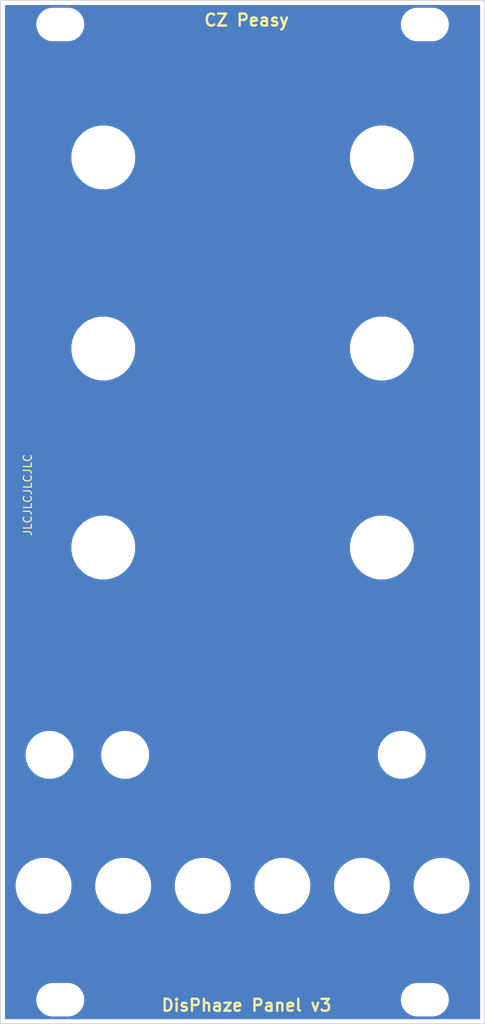
<source format=kicad_pcb>
(kicad_pcb (version 20171130) (host pcbnew "(5.1.5)-3")

  (general
    (thickness 1.6)
    (drawings 106)
    (tracks 0)
    (zones 0)
    (modules 20)
    (nets 1)
  )

  (page A4)
  (layers
    (0 F.Cu signal)
    (31 B.Cu signal)
    (32 B.Adhes user)
    (33 F.Adhes user)
    (34 B.Paste user)
    (35 F.Paste user)
    (36 B.SilkS user)
    (37 F.SilkS user)
    (38 B.Mask user)
    (39 F.Mask user)
    (40 Dwgs.User user hide)
    (41 Cmts.User user)
    (42 Eco1.User user)
    (43 Eco2.User user)
    (44 Edge.Cuts user)
    (45 Margin user)
    (46 B.CrtYd user)
    (47 F.CrtYd user)
    (48 B.Fab user)
    (49 F.Fab user)
  )

  (setup
    (last_trace_width 0.25)
    (user_trace_width 0.5)
    (trace_clearance 0.2)
    (zone_clearance 0.508)
    (zone_45_only no)
    (trace_min 0.2)
    (via_size 0.8)
    (via_drill 0.4)
    (via_min_size 0.4)
    (via_min_drill 0.3)
    (uvia_size 0.3)
    (uvia_drill 0.1)
    (uvias_allowed no)
    (uvia_min_size 0.2)
    (uvia_min_drill 0.1)
    (edge_width 0.1)
    (segment_width 0.4)
    (pcb_text_width 0.3)
    (pcb_text_size 1.5 1.5)
    (mod_edge_width 0.15)
    (mod_text_size 1 1)
    (mod_text_width 0.15)
    (pad_size 7 7)
    (pad_drill 7)
    (pad_to_mask_clearance 0)
    (solder_mask_min_width 0.25)
    (aux_axis_origin 0 0)
    (visible_elements 7FFDF76F)
    (pcbplotparams
      (layerselection 0x010fc_ffffffff)
      (usegerberextensions false)
      (usegerberattributes false)
      (usegerberadvancedattributes false)
      (creategerberjobfile false)
      (excludeedgelayer true)
      (linewidth 0.100000)
      (plotframeref false)
      (viasonmask false)
      (mode 1)
      (useauxorigin false)
      (hpglpennumber 1)
      (hpglpenspeed 20)
      (hpglpendiameter 15.000000)
      (psnegative false)
      (psa4output false)
      (plotreference false)
      (plotvalue false)
      (plotinvisibletext false)
      (padsonsilk false)
      (subtractmaskfromsilk false)
      (outputformat 1)
      (mirror false)
      (drillshape 0)
      (scaleselection 1)
      (outputdirectory "Gerbers/Panel/"))
  )

  (net 0 "")

  (net_class Default "This is the default net class."
    (clearance 0.2)
    (trace_width 0.25)
    (via_dia 0.8)
    (via_drill 0.4)
    (uvia_dia 0.3)
    (uvia_drill 0.1)
  )

  (net_class Wide_Power ""
    (clearance 0.2)
    (trace_width 0.5)
    (via_dia 0.8)
    (via_drill 0.4)
    (uvia_dia 0.3)
    (uvia_drill 0.1)
  )

  (module Custom_Footprints:Alpha_9mm_pot_hole (layer B.Cu) (tedit 5F7C9874) (tstamp 5C92E25D)
    (at 112.5 60.5)
    (descr "Mounting Hole 7mm")
    (tags "mounting hole 7mm")
    (fp_text reference Ref** (at 0.5 6.5) (layer B.SilkS) hide
      (effects (font (size 1 1) (thickness 0.15)) (justify mirror))
    )
    (fp_text value Alpha_9mm_pot (at 0 -6.5) (layer B.Fab) hide
      (effects (font (size 1 1) (thickness 0.15)) (justify mirror))
    )
    (fp_circle (center 0 0) (end 7.75 0) (layer Dwgs.User) (width 0.15))
    (fp_circle (center 0 0) (end 3.5 0) (layer Cmts.User) (width 0.15))
    (fp_circle (center 0 0) (end 6 0) (layer B.CrtYd) (width 0.05))
    (pad "" np_thru_hole circle (at 0 0) (size 7 7) (drill 7) (layers *.Cu *.Mask))
    (model :custom_3d:Sifam_Knob_Small_Unskirted.wrl
      (at (xyz 0 0 0))
      (scale (xyz 1 1 1))
      (rotate (xyz 0 0 0))
    )
  )

  (module Custom_Footprints:Alpha_9mm_pot_hole (layer B.Cu) (tedit 5F7C9874) (tstamp 5C92E1ED)
    (at 112.5 84.5)
    (descr "Mounting Hole 7mm")
    (tags "mounting hole 7mm")
    (fp_text reference Ref** (at 0.5 6.5) (layer B.SilkS) hide
      (effects (font (size 1 1) (thickness 0.15)) (justify mirror))
    )
    (fp_text value Alpha_9mm_pot (at 0 -6.5) (layer B.Fab) hide
      (effects (font (size 1 1) (thickness 0.15)) (justify mirror))
    )
    (fp_circle (center 0 0) (end 7.75 0) (layer Dwgs.User) (width 0.15))
    (fp_circle (center 0 0) (end 3.5 0) (layer Cmts.User) (width 0.15))
    (fp_circle (center 0 0) (end 6 0) (layer B.CrtYd) (width 0.05))
    (pad "" np_thru_hole circle (at 0 0) (size 7 7) (drill 7) (layers *.Cu *.Mask))
    (model :custom_3d:Sifam_Knob_Small_Unskirted.wrl
      (at (xyz 0 0 0))
      (scale (xyz 1 1 1))
      (rotate (xyz 0 0 0))
    )
  )

  (module Custom_Footprints:Alpha_9mm_pot_hole (layer B.Cu) (tedit 5F7C9874) (tstamp 5C92E195)
    (at 147.5 84.5)
    (descr "Mounting Hole 7mm")
    (tags "mounting hole 7mm")
    (fp_text reference Ref** (at 0.5 6.5) (layer B.SilkS) hide
      (effects (font (size 1 1) (thickness 0.15)) (justify mirror))
    )
    (fp_text value Alpha_9mm_pot (at 0 -6.5) (layer B.Fab) hide
      (effects (font (size 1 1) (thickness 0.15)) (justify mirror))
    )
    (fp_circle (center 0 0) (end 7.75 0) (layer Dwgs.User) (width 0.15))
    (fp_circle (center 0 0) (end 3.5 0) (layer Cmts.User) (width 0.15))
    (fp_circle (center 0 0) (end 6 0) (layer B.CrtYd) (width 0.05))
    (pad "" np_thru_hole circle (at 0 0) (size 7 7) (drill 7) (layers *.Cu *.Mask))
    (model :custom_3d:Sifam_Knob_Small_Unskirted.wrl
      (at (xyz 0 0 0))
      (scale (xyz 1 1 1))
      (rotate (xyz 0 0 0))
    )
  )

  (module Custom_Footprints:Alpha_9mm_pot_hole (layer B.Cu) (tedit 5F7C9874) (tstamp 5C92E132)
    (at 112.5 109.48)
    (descr "Mounting Hole 7mm")
    (tags "mounting hole 7mm")
    (fp_text reference Ref** (at 0.5 6.5) (layer B.SilkS) hide
      (effects (font (size 1 1) (thickness 0.15)) (justify mirror))
    )
    (fp_text value Alpha_9mm_pot (at 0 -6.5) (layer B.Fab) hide
      (effects (font (size 1 1) (thickness 0.15)) (justify mirror))
    )
    (fp_circle (center 0 0) (end 7.75 0) (layer Dwgs.User) (width 0.15))
    (fp_circle (center 0 0) (end 3.5 0) (layer Cmts.User) (width 0.15))
    (fp_circle (center 0 0) (end 6 0) (layer B.CrtYd) (width 0.05))
    (pad "" np_thru_hole circle (at 0 0) (size 7 7) (drill 7) (layers *.Cu *.Mask))
    (model :custom_3d:Sifam_Knob_Small_Unskirted.wrl
      (at (xyz 0 0 0))
      (scale (xyz 1 1 1))
      (rotate (xyz 0 0 0))
    )
  )

  (module Custom_Footprints:Alpha_9mm_pot_hole (layer B.Cu) (tedit 5F7C9874) (tstamp 5C93B4F9)
    (at 147.5 109.5)
    (descr "Mounting Hole 7mm")
    (tags "mounting hole 7mm")
    (fp_text reference Ref** (at 0.5 6.5) (layer B.SilkS) hide
      (effects (font (size 1 1) (thickness 0.15)) (justify mirror))
    )
    (fp_text value Alpha_9mm_pot (at 0 -6.5) (layer B.Fab) hide
      (effects (font (size 1 1) (thickness 0.15)) (justify mirror))
    )
    (fp_circle (center 0 0) (end 7.75 0) (layer Dwgs.User) (width 0.15))
    (fp_circle (center 0 0) (end 3.5 0) (layer Cmts.User) (width 0.15))
    (fp_circle (center 0 0) (end 6 0) (layer B.CrtYd) (width 0.05))
    (pad "" np_thru_hole circle (at 0 0) (size 7 7) (drill 7) (layers *.Cu *.Mask))
    (model :custom_3d:Sifam_Knob_Small_Unskirted.wrl
      (at (xyz 0 0 0))
      (scale (xyz 1 1 1))
      (rotate (xyz 0 0 0))
    )
  )

  (module Custom_Footprints:Alpha_9mm_pot_hole (layer B.Cu) (tedit 5F7C9874) (tstamp 5C92DFB5)
    (at 147.5 60.51)
    (descr "Mounting Hole 7mm")
    (tags "mounting hole 7mm")
    (fp_text reference Ref** (at 0.5 6.5) (layer B.SilkS) hide
      (effects (font (size 1 1) (thickness 0.15)) (justify mirror))
    )
    (fp_text value Alpha_9mm_pot (at 0 -6.5) (layer B.Fab) hide
      (effects (font (size 1 1) (thickness 0.15)) (justify mirror))
    )
    (fp_circle (center 0 0) (end 7.75 0) (layer Dwgs.User) (width 0.15))
    (fp_circle (center 0 0) (end 3.5 0) (layer Cmts.User) (width 0.15))
    (fp_circle (center 0 0) (end 6 0) (layer B.CrtYd) (width 0.05))
    (pad "" np_thru_hole circle (at 0 0) (size 7 7) (drill 7) (layers *.Cu *.Mask))
    (model :custom_3d:Sifam_Knob_Small_Unskirted.wrl
      (at (xyz 0 0 0))
      (scale (xyz 1 1 1))
      (rotate (xyz 0 0 0))
    )
  )

  (module Custom_Footprints:Thonkiconn_Socket_MountingHole_6mm (layer B.Cu) (tedit 5F7C9DF4) (tstamp 5C931086)
    (at 105 152)
    (descr "Mounting Hole 6mm, no annular")
    (tags "mounting hole 6mm no annular")
    (fp_text reference Ref** (at 0 5.8) (layer B.SilkS) hide
      (effects (font (size 1 1) (thickness 0.15)) (justify mirror))
    )
    (fp_text value Thonkiconn_Socket_MountingHole_6mm (at 0 -5.825) (layer B.Fab)
      (effects (font (size 1 1) (thickness 0.15)) (justify mirror))
    )
    (fp_circle (center 0 0) (end 4.5 0) (layer B.CrtYd) (width 0.05))
    (pad "" np_thru_hole circle (at 0 0) (size 6 6) (drill 6) (layers *.Cu *.Mask))
    (model ":custom_3d:PJ301M-12 Thonkiconn v0.2.stp"
      (offset (xyz 0 0.7 -11.5))
      (scale (xyz 1 1 1))
      (rotate (xyz 0 0 0))
    )
    (model :custom_3d:6mm_Nut.wrl
      (at (xyz 0 0 0))
      (scale (xyz 1 1 1))
      (rotate (xyz 0 0 0))
    )
  )

  (module Custom_Footprints:Thonkiconn_Socket_MountingHole_6mm (layer B.Cu) (tedit 5F7C9DF4) (tstamp 5C93107C)
    (at 115 152)
    (descr "Mounting Hole 6mm, no annular")
    (tags "mounting hole 6mm no annular")
    (fp_text reference Ref** (at 0 5.8) (layer B.SilkS) hide
      (effects (font (size 1 1) (thickness 0.15)) (justify mirror))
    )
    (fp_text value Thonkiconn_Socket_MountingHole_6mm (at 0 -5.825) (layer B.Fab)
      (effects (font (size 1 1) (thickness 0.15)) (justify mirror))
    )
    (fp_circle (center 0 0) (end 4.5 0) (layer B.CrtYd) (width 0.05))
    (pad "" np_thru_hole circle (at 0 0) (size 6 6) (drill 6) (layers *.Cu *.Mask))
    (model ":custom_3d:PJ301M-12 Thonkiconn v0.2.stp"
      (offset (xyz 0 0.7 -11.5))
      (scale (xyz 1 1 1))
      (rotate (xyz 0 0 0))
    )
    (model :custom_3d:6mm_Nut.wrl
      (at (xyz 0 0 0))
      (scale (xyz 1 1 1))
      (rotate (xyz 0 0 0))
    )
  )

  (module Custom_Footprints:Thonkiconn_Socket_MountingHole_6mm (layer B.Cu) (tedit 5F7C9DF4) (tstamp 5C931072)
    (at 125 152)
    (descr "Mounting Hole 6mm, no annular")
    (tags "mounting hole 6mm no annular")
    (fp_text reference Ref** (at 0 5.8) (layer B.SilkS) hide
      (effects (font (size 1 1) (thickness 0.15)) (justify mirror))
    )
    (fp_text value Thonkiconn_Socket_MountingHole_6mm (at 0 -5.825) (layer B.Fab)
      (effects (font (size 1 1) (thickness 0.15)) (justify mirror))
    )
    (fp_circle (center 0 0) (end 4.5 0) (layer B.CrtYd) (width 0.05))
    (pad "" np_thru_hole circle (at 0 0) (size 6 6) (drill 6) (layers *.Cu *.Mask))
    (model ":custom_3d:PJ301M-12 Thonkiconn v0.2.stp"
      (offset (xyz 0 0.7 -11.5))
      (scale (xyz 1 1 1))
      (rotate (xyz 0 0 0))
    )
    (model :custom_3d:6mm_Nut.wrl
      (at (xyz 0 0 0))
      (scale (xyz 1 1 1))
      (rotate (xyz 0 0 0))
    )
  )

  (module Custom_Footprints:Thonkiconn_Socket_MountingHole_6mm (layer B.Cu) (tedit 5F7C9DF4) (tstamp 5C931068)
    (at 135 152)
    (descr "Mounting Hole 6mm, no annular")
    (tags "mounting hole 6mm no annular")
    (fp_text reference Ref** (at 0 5.8) (layer B.SilkS) hide
      (effects (font (size 1 1) (thickness 0.15)) (justify mirror))
    )
    (fp_text value Thonkiconn_Socket_MountingHole_6mm (at 0 -5.825) (layer B.Fab)
      (effects (font (size 1 1) (thickness 0.15)) (justify mirror))
    )
    (fp_circle (center 0 0) (end 4.5 0) (layer B.CrtYd) (width 0.05))
    (pad "" np_thru_hole circle (at 0 0) (size 6 6) (drill 6) (layers *.Cu *.Mask))
    (model ":custom_3d:PJ301M-12 Thonkiconn v0.2.stp"
      (offset (xyz 0 0.7 -11.5))
      (scale (xyz 1 1 1))
      (rotate (xyz 0 0 0))
    )
    (model :custom_3d:6mm_Nut.wrl
      (at (xyz 0 0 0))
      (scale (xyz 1 1 1))
      (rotate (xyz 0 0 0))
    )
  )

  (module Custom_Footprints:Thonkiconn_Socket_MountingHole_6mm (layer B.Cu) (tedit 5F7C9DF4) (tstamp 5C93105E)
    (at 145 152)
    (descr "Mounting Hole 6mm, no annular")
    (tags "mounting hole 6mm no annular")
    (fp_text reference Ref** (at 0 5.8) (layer B.SilkS) hide
      (effects (font (size 1 1) (thickness 0.15)) (justify mirror))
    )
    (fp_text value Thonkiconn_Socket_MountingHole_6mm (at 0 -5.825) (layer B.Fab)
      (effects (font (size 1 1) (thickness 0.15)) (justify mirror))
    )
    (fp_circle (center 0 0) (end 4.5 0) (layer B.CrtYd) (width 0.05))
    (pad "" np_thru_hole circle (at 0 0) (size 6 6) (drill 6) (layers *.Cu *.Mask))
    (model ":custom_3d:PJ301M-12 Thonkiconn v0.2.stp"
      (offset (xyz 0 0.7 -11.5))
      (scale (xyz 1 1 1))
      (rotate (xyz 0 0 0))
    )
    (model :custom_3d:6mm_Nut.wrl
      (at (xyz 0 0 0))
      (scale (xyz 1 1 1))
      (rotate (xyz 0 0 0))
    )
  )

  (module Custom_Footprints:Thonkiconn_Socket_MountingHole_6mm (layer B.Cu) (tedit 5F7C9DF4) (tstamp 5C930EF4)
    (at 155 152)
    (descr "Mounting Hole 6mm, no annular")
    (tags "mounting hole 6mm no annular")
    (fp_text reference Ref** (at 0 5.8) (layer B.SilkS) hide
      (effects (font (size 1 1) (thickness 0.15)) (justify mirror))
    )
    (fp_text value Thonkiconn_Socket_MountingHole_6mm (at 0 -5.825) (layer B.Fab)
      (effects (font (size 1 1) (thickness 0.15)) (justify mirror))
    )
    (fp_circle (center 0 0) (end 4.5 0) (layer B.CrtYd) (width 0.05))
    (pad "" np_thru_hole circle (at 0 0) (size 6 6) (drill 6) (layers *.Cu *.Mask))
    (model ":custom_3d:PJ301M-12 Thonkiconn v0.2.stp"
      (offset (xyz 0 0.7 -11.5))
      (scale (xyz 1 1 1))
      (rotate (xyz 0 0 0))
    )
    (model :custom_3d:6mm_Nut.wrl
      (at (xyz 0 0 0))
      (scale (xyz 1 1 1))
      (rotate (xyz 0 0 0))
    )
  )

  (module Custom_Footprints:Sub_Miniature_Switch_MountingHole_5mm (layer B.Cu) (tedit 5F7CD364) (tstamp 5C930C5E)
    (at 150 135.56)
    (descr "Mounting Hole 6mm, no annular")
    (tags "mounting hole 6mm no annular")
    (fp_text reference Ref** (at 0 5.4) (layer B.SilkS) hide
      (effects (font (size 1 1) (thickness 0.15)) (justify mirror))
    )
    (fp_text value Subminiature_Switch (at 0 -5.1) (layer B.Fab) hide
      (effects (font (size 1 1) (thickness 0.15)) (justify mirror))
    )
    (fp_circle (center 0 0) (end 2.5 0) (layer Cmts.User) (width 0.15))
    (fp_circle (center 0 0) (end 4 0) (layer B.CrtYd) (width 0.05))
    (pad "" np_thru_hole circle (at 0 0) (size 5 5) (drill 5) (layers *.Cu *.Mask))
    (model ":custom_3d:Eledis 1A11-NF1STSE SPDT Toggle Switch.stp"
      (offset (xyz 0 3.8 -12))
      (scale (xyz 0.8 0.8 0.8))
      (rotate (xyz 0 0 90))
    )
    (model :custom_3d:6mm_Nut.wrl
      (at (xyz 0 0 0))
      (scale (xyz 0.87 0.87 0.87))
      (rotate (xyz 0 0 0))
    )
  )

  (module Custom_Footprints:Sub_Miniature_Switch_MountingHole_5mm (layer B.Cu) (tedit 5F7CD364) (tstamp 5C930D43)
    (at 105.75 135.57)
    (descr "Mounting Hole 6mm, no annular")
    (tags "mounting hole 6mm no annular")
    (fp_text reference Ref** (at 0 5.4) (layer B.SilkS) hide
      (effects (font (size 1 1) (thickness 0.15)) (justify mirror))
    )
    (fp_text value Subminiature_Switch (at 0 -5.1) (layer B.Fab) hide
      (effects (font (size 1 1) (thickness 0.15)) (justify mirror))
    )
    (fp_circle (center 0 0) (end 2.5 0) (layer Cmts.User) (width 0.15))
    (fp_circle (center 0 0) (end 4 0) (layer B.CrtYd) (width 0.05))
    (pad "" np_thru_hole circle (at 0 0) (size 5 5) (drill 5) (layers *.Cu *.Mask))
    (model ":custom_3d:Eledis 1A11-NF1STSE SPDT Toggle Switch.stp"
      (offset (xyz 0 3.8 -12))
      (scale (xyz 0.8 0.8 0.8))
      (rotate (xyz 0 0 90))
    )
    (model :custom_3d:6mm_Nut.wrl
      (at (xyz 0 0 0))
      (scale (xyz 0.87 0.87 0.87))
      (rotate (xyz 0 0 0))
    )
  )

  (module Custom_Footprints:Sub_Miniature_Switch_MountingHole_5mm (layer B.Cu) (tedit 5F7CD364) (tstamp 5C930D27)
    (at 115.25 135.55)
    (descr "Mounting Hole 6mm, no annular")
    (tags "mounting hole 6mm no annular")
    (fp_text reference Ref** (at 0 5.4) (layer B.SilkS) hide
      (effects (font (size 1 1) (thickness 0.15)) (justify mirror))
    )
    (fp_text value Subminiature_Switch (at 0 -5.1) (layer B.Fab) hide
      (effects (font (size 1 1) (thickness 0.15)) (justify mirror))
    )
    (fp_circle (center 0 0) (end 2.5 0) (layer Cmts.User) (width 0.15))
    (fp_circle (center 0 0) (end 4 0) (layer B.CrtYd) (width 0.05))
    (pad "" np_thru_hole circle (at 0 0) (size 5 5) (drill 5) (layers *.Cu *.Mask))
    (model ":custom_3d:Eledis 1A11-NF1STSE SPDT Toggle Switch.stp"
      (offset (xyz 0 3.8 -12))
      (scale (xyz 0.8 0.8 0.8))
      (rotate (xyz 0 0 90))
    )
    (model :custom_3d:6mm_Nut.wrl
      (at (xyz 0 0 0))
      (scale (xyz 0.87 0.87 0.87))
      (rotate (xyz 0 0 0))
    )
  )

  (module logo:disphaze (layer B.Cu) (tedit 0) (tstamp 5C965B87)
    (at 129.7 45.1 180)
    (fp_text reference G1 (at 0 0 180) (layer B.SilkS) hide
      (effects (font (size 1.524 1.524) (thickness 0.3)) (justify mirror))
    )
    (fp_text value LOGO (at 0.75 0 180) (layer B.SilkS) hide
      (effects (font (size 1.524 1.524) (thickness 0.3)) (justify mirror))
    )
    (fp_poly (pts (xy 9.628372 1.3082) (xy 9.621921 1.118212) (xy 9.60538 0.87741) (xy 9.591522 0.728017)
      (xy 9.554671 0.375447) (xy 9.237103 0.401782) (xy 8.919535 0.428118) (xy 8.919535 0.243594)
      (xy 8.924514 0.137889) (xy 8.958896 0.083007) (xy 9.051848 0.062288) (xy 9.232537 0.05907)
      (xy 9.242565 0.05907) (xy 9.439822 0.05012) (xy 9.533086 0.021148) (xy 9.542848 -0.014767)
      (xy 9.51356 -0.125922) (xy 9.485315 -0.247823) (xy 9.450605 -0.346132) (xy 9.37922 -0.397017)
      (xy 9.235982 -0.420265) (xy 9.170265 -0.425032) (xy 9.000399 -0.441308) (xy 8.915203 -0.477112)
      (xy 8.881272 -0.555921) (xy 8.87149 -0.635) (xy 8.866852 -0.741579) (xy 8.893145 -0.801555)
      (xy 8.972475 -0.821592) (xy 9.126944 -0.808352) (xy 9.33712 -0.77537) (xy 9.60703 -0.730805)
      (xy 9.494578 -1.299535) (xy 7.815927 -1.299535) (xy 7.776166 0.026964) (xy 7.763139 0.415245)
      (xy 7.748709 0.766873) (xy 7.733838 1.063605) (xy 7.719489 1.287196) (xy 7.706622 1.419404)
      (xy 7.701418 1.444638) (xy 7.700718 1.478453) (xy 7.738844 1.502839) (xy 7.83121 1.51928)
      (xy 7.993231 1.529262) (xy 8.240321 1.534272) (xy 8.587892 1.535795) (xy 8.647401 1.535814)
      (xy 9.628372 1.535814) (xy 9.628372 1.3082)) (layer B.Mask) (width 0.01))
    (fp_poly (pts (xy 6.788091 1.533393) (xy 7.093184 1.526651) (xy 7.335742 1.516373) (xy 7.497622 1.503342)
      (xy 7.560684 1.488343) (xy 7.560931 1.487323) (xy 7.537677 1.420781) (xy 7.472894 1.26406)
      (xy 7.374049 1.034482) (xy 7.248612 0.749368) (xy 7.104049 0.42604) (xy 7.088372 0.391262)
      (xy 6.942329 0.065387) (xy 6.814621 -0.223635) (xy 6.712706 -0.458591) (xy 6.644041 -0.622267)
      (xy 6.616085 -0.697451) (xy 6.615814 -0.699516) (xy 6.669136 -0.717094) (xy 6.807862 -0.719476)
      (xy 6.971777 -0.70869) (xy 7.175304 -0.695209) (xy 7.279642 -0.705567) (xy 7.301702 -0.741744)
      (xy 7.299933 -0.747122) (xy 7.26772 -0.84728) (xy 7.221631 -1.007788) (xy 7.207507 -1.059561)
      (xy 7.142889 -1.299535) (xy 6.318189 -1.299535) (xy 6.021419 -1.296379) (xy 5.772062 -1.287715)
      (xy 5.591282 -1.274743) (xy 5.50024 -1.258667) (xy 5.493489 -1.252679) (xy 5.510262 -1.17167)
      (xy 5.560711 -0.980297) (xy 5.645032 -0.677861) (xy 5.763418 -0.263659) (xy 5.880312 0.140136)
      (xy 5.963972 0.427946) (xy 5.640126 0.40109) (xy 5.316279 0.374234) (xy 5.316279 1.535814)
      (xy 6.438605 1.535814) (xy 6.788091 1.533393)) (layer B.Mask) (width 0.01))
    (fp_poly (pts (xy 1.319249 0.645323) (xy 1.280705 -0.245169) (xy 1.482097 -0.225956) (xy 1.683489 -0.206744)
      (xy 1.648121 1.535814) (xy 2.850568 1.535814) (xy 2.814037 0.959884) (xy 2.79701 0.67321)
      (xy 2.777355 0.313629) (xy 2.75746 -0.073734) (xy 2.739709 -0.44375) (xy 2.739067 -0.457791)
      (xy 2.700628 -1.299535) (xy 1.772093 -1.299535) (xy 1.772093 -1.004186) (xy 1.761087 -0.813305)
      (xy 1.718573 -0.724901) (xy 1.630307 -0.724582) (xy 1.537411 -0.767052) (xy 1.456094 -0.788668)
      (xy 1.395583 -0.730957) (xy 1.350698 -0.634145) (xy 1.310463 -0.541587) (xy 1.285751 -0.517684)
      (xy 1.270944 -0.576218) (xy 1.260423 -0.730973) (xy 1.254025 -0.871279) (xy 1.23529 -1.299535)
      (xy 0.194571 -1.299535) (xy 0.15532 -0.280581) (xy 0.139808 0.089804) (xy 0.122431 0.451716)
      (xy 0.104802 0.774814) (xy 0.088534 1.028759) (xy 0.079937 1.137093) (xy 0.043805 1.535814)
      (xy 1.357792 1.535814) (xy 1.319249 0.645323)) (layer B.Mask) (width 0.01))
    (fp_poly (pts (xy -1.606887 1.585383) (xy -1.277877 1.556572) (xy -0.98731 1.5077) (xy -0.796396 1.450742)
      (xy -0.47537 1.25943) (xy -0.24196 0.997545) (xy -0.104887 0.680247) (xy -0.072871 0.322694)
      (xy -0.084529 0.213327) (xy -0.18937 -0.12769) (xy -0.386743 -0.3986) (xy -0.668985 -0.591886)
      (xy -1.01325 -0.697534) (xy -1.27 -0.741088) (xy -1.288004 -1.020311) (xy -1.306008 -1.299535)
      (xy -1.803739 -1.299535) (xy -2.046872 -1.297448) (xy -2.196632 -1.287008) (xy -2.277767 -1.261949)
      (xy -2.315025 -1.216002) (xy -2.328544 -1.166628) (xy -2.338776 -1.067747) (xy -2.351155 -0.871526)
      (xy -2.364658 -0.598724) (xy -2.378266 -0.270097) (xy -2.390782 0.088605) (xy -1.240465 0.088605)
      (xy -1.228773 -0.119342) (xy -1.185661 -0.220695) (xy -1.099076 -0.225404) (xy -0.958259 -0.144325)
      (xy -0.849353 -0.007812) (xy -0.839308 0.152996) (xy -0.928122 0.297716) (xy -0.958259 0.321534)
      (xy -1.099912 0.402911) (xy -1.186128 0.397519) (xy -1.228961 0.295408) (xy -1.240465 0.088605)
      (xy -2.390782 0.088605) (xy -2.390957 0.093595) (xy -2.391732 0.11814) (xy -2.404559 0.483035)
      (xy -2.418794 0.813869) (xy -2.433339 1.08998) (xy -2.447099 1.290708) (xy -2.458976 1.395394)
      (xy -2.459684 1.398493) (xy -2.46595 1.478219) (xy -2.416588 1.525114) (xy -2.285312 1.557293)
      (xy -2.212478 1.568832) (xy -1.9324 1.590635) (xy -1.606887 1.585383)) (layer B.Mask) (width 0.01))
    (fp_poly (pts (xy -6.045748 0.959884) (xy -6.06251 0.673211) (xy -6.081941 0.313631) (xy -6.101678 -0.07373)
      (xy -6.119357 -0.443746) (xy -6.119999 -0.457791) (xy -6.158399 -1.299535) (xy -7.191439 -1.299535)
      (xy -7.230082 -0.162442) (xy -7.244107 0.213505) (xy -7.259625 0.568077) (xy -7.275394 0.876832)
      (xy -7.290169 1.11533) (xy -7.302231 1.255233) (xy -7.335737 1.535814) (xy -6.009897 1.535814)
      (xy -6.045748 0.959884)) (layer B.Mask) (width 0.01))
    (fp_poly (pts (xy 4.064666 1.523084) (xy 4.62735 1.506279) (xy 4.709226 1.092791) (xy 4.750076 0.895796)
      (xy 4.807895 0.629294) (xy 4.877293 0.316845) (xy 4.952881 -0.017988) (xy 5.029272 -0.351644)
      (xy 5.101076 -0.660563) (xy 5.162906 -0.921183) (xy 5.209371 -1.109943) (xy 5.232722 -1.196163)
      (xy 5.237287 -1.246049) (xy 5.198728 -1.276784) (xy 5.096073 -1.292893) (xy 4.908356 -1.298898)
      (xy 4.753567 -1.299535) (xy 4.504654 -1.296997) (xy 4.349505 -1.28585) (xy 4.263789 -1.260796)
      (xy 4.223177 -1.216538) (xy 4.211069 -1.181395) (xy 4.18054 -1.094634) (xy 4.133223 -1.074107)
      (xy 4.042225 -1.122676) (xy 3.921151 -1.212256) (xy 3.725801 -1.361257) (xy 3.62423 -1.167954)
      (xy 3.52266 -0.974651) (xy 3.486743 -1.122326) (xy 3.448882 -1.213997) (xy 3.370238 -1.26213)
      (xy 3.216054 -1.284787) (xy 3.167549 -1.288211) (xy 2.998843 -1.2942) (xy 2.921796 -1.277226)
      (xy 2.910713 -1.227908) (xy 2.918869 -1.197416) (xy 2.960256 -1.047726) (xy 3.019439 -0.808582)
      (xy 3.031614 -0.756822) (xy 3.603256 -0.756822) (xy 3.653059 -0.764653) (xy 3.770708 -0.754453)
      (xy 3.908567 -0.733099) (xy 4.018999 -0.707464) (xy 4.053426 -0.691846) (xy 4.052232 -0.624092)
      (xy 4.015369 -0.492072) (xy 3.958471 -0.337089) (xy 3.897171 -0.200444) (xy 3.847103 -0.123442)
      (xy 3.836271 -0.11814) (xy 3.799207 -0.168492) (xy 3.743496 -0.293903) (xy 3.683171 -0.455901)
      (xy 3.632269 -0.616016) (xy 3.604825 -0.735778) (xy 3.603256 -0.756822) (xy 3.031614 -0.756822)
      (xy 3.090549 -0.506275) (xy 3.16772 -0.167095) (xy 3.245081 0.182667) (xy 3.316765 0.516719)
      (xy 3.376904 0.80877) (xy 3.419629 1.03253) (xy 3.429326 1.089495) (xy 3.501983 1.539889)
      (xy 4.064666 1.523084)) (layer B.Mask) (width 0.01))
    (fp_poly (pts (xy -4.48486 1.587676) (xy -4.313299 1.553032) (xy -4.209276 1.471418) (xy -4.156069 1.323303)
      (xy -4.136952 1.089152) (xy -4.134883 0.887357) (xy -4.136565 0.638812) (xy -4.145042 0.487049)
      (xy -4.165468 0.410719) (xy -4.202991 0.388477) (xy -4.253338 0.396455) (xy -4.404557 0.384296)
      (xy -4.513909 0.284354) (xy -4.546528 0.155209) (xy -4.515195 0.02972) (xy -4.438479 -0.138337)
      (xy -4.399156 -0.206744) (xy -4.279071 -0.491506) (xy -4.267667 -0.762623) (xy -4.360046 -1.002892)
      (xy -4.551307 -1.195111) (xy -4.704067 -1.277158) (xy -4.972544 -1.342167) (xy -5.266345 -1.341427)
      (xy -5.384529 -1.318962) (xy -5.469483 -1.247213) (xy -5.520241 -1.133838) (xy -5.559947 -0.975938)
      (xy -5.587756 -0.874815) (xy -5.584892 -0.80964) (xy -5.51011 -0.773985) (xy -5.363439 -0.756676)
      (xy -5.199242 -0.734766) (xy -5.119164 -0.687519) (xy -5.090028 -0.60065) (xy -5.105493 -0.499887)
      (xy -5.185177 -0.366606) (xy -5.340627 -0.183327) (xy -5.424602 -0.09419) (xy -5.679822 0.208658)
      (xy -5.829511 0.484257) (xy -5.877687 0.749581) (xy -5.828368 1.021607) (xy -5.737253 1.226478)
      (xy -5.596275 1.376169) (xy -5.364001 1.4935) (xy -5.064952 1.569404) (xy -4.740685 1.594884)
      (xy -4.48486 1.587676)) (layer B.Mask) (width 0.01))
    (fp_poly (pts (xy -8.572119 1.517082) (xy -8.170842 1.360686) (xy -7.854644 1.12396) (xy -7.61245 0.802322)
      (xy -7.472753 0.433889) (xy -7.439466 0.036968) (xy -7.516505 -0.370132) (xy -7.527997 -0.403858)
      (xy -7.697294 -0.748918) (xy -7.935918 -1.009867) (xy -8.251358 -1.191351) (xy -8.651101 -1.298018)
      (xy -9.024027 -1.332193) (xy -9.275238 -1.337028) (xy -9.494167 -1.334459) (xy -9.644117 -1.325142)
      (xy -9.672577 -1.320618) (xy -9.729233 -1.303977) (xy -9.772925 -1.27248) (xy -9.805954 -1.211509)
      (xy -9.830623 -1.106444) (xy -9.849233 -0.942666) (xy -9.864086 -0.705557) (xy -9.877484 -0.380497)
      (xy -9.883271 -0.206744) (xy -8.742325 -0.206744) (xy -8.735724 -0.500808) (xy -8.71094 -0.685306)
      (xy -8.660501 -0.768324) (xy -8.576935 -0.75795) (xy -8.45277 -0.66227) (xy -8.383363 -0.595241)
      (xy -8.258613 -0.43448) (xy -8.213133 -0.254362) (xy -8.210697 -0.179068) (xy -8.252203 0.038834)
      (xy -8.36097 0.219464) (xy -8.513371 0.332137) (xy -8.621501 0.354419) (xy -8.677618 0.346519)
      (xy -8.713031 0.308178) (xy -8.732467 0.217434) (xy -8.740656 0.052324) (xy -8.742325 -0.206744)
      (xy -9.883271 -0.206744) (xy -9.891729 0.047132) (xy -9.892691 0.077312) (xy -9.905693 0.439333)
      (xy -9.920341 0.77062) (xy -9.935444 1.04908) (xy -9.94981 1.252618) (xy -9.961736 1.356703)
      (xy -9.995407 1.52506) (xy -9.602106 1.567179) (xy -9.049904 1.586089) (xy -8.572119 1.517082)) (layer B.Mask) (width 0.01))
  )

  (module Custom_Footprints:Oval_Mounting_Hole (layer F.Cu) (tedit 5C93BEBC) (tstamp 5C9650F8)
    (at 152.9 43.8)
    (descr "Mounting Hole 6mm, no annular")
    (tags "mounting hole 6mm no annular")
    (fp_text reference Ref** (at 0 -3.5) (layer F.SilkS) hide
      (effects (font (size 1 1) (thickness 0.15)))
    )
    (fp_text value Oval_Mounting_Hole (at 0 5.08) (layer F.Fab)
      (effects (font (size 1 1) (thickness 0.15)))
    )
    (fp_line (start 5.08 -3) (end 7.5 -3) (layer Dwgs.User) (width 0.15))
    (fp_line (start 5.08 3) (end 7.5 3) (layer Dwgs.User) (width 0.15))
    (fp_line (start 7.5 1.27) (end 7.5 3) (layer Dwgs.User) (width 0.15))
    (fp_line (start 7.5 -3) (end 7.5 -1.27) (layer Dwgs.User) (width 0.15))
    (fp_line (start -7.5 3) (end -5.08 3) (layer Dwgs.User) (width 0.15))
    (fp_line (start -7.5 -3) (end -5.08 -3) (layer Dwgs.User) (width 0.15))
    (fp_line (start -7.5 1.27) (end -7.5 3) (layer Dwgs.User) (width 0.15))
    (fp_line (start -7.5 -3) (end -7.5 -1.27) (layer Dwgs.User) (width 0.15))
    (fp_circle (center 0 0) (end 1.54 0) (layer Cmts.User) (width 0.15))
    (pad "" np_thru_hole oval (at 0 0) (size 5 3.2) (drill oval 5 3.2) (layers *.Cu *.Mask))
  )

  (module Custom_Footprints:Oval_Mounting_Hole (layer F.Cu) (tedit 5C93BEBC) (tstamp 5C96512E)
    (at 107.1 166.3)
    (descr "Mounting Hole 6mm, no annular")
    (tags "mounting hole 6mm no annular")
    (fp_text reference Ref** (at 0 -3.5) (layer F.SilkS) hide
      (effects (font (size 1 1) (thickness 0.15)))
    )
    (fp_text value Oval_Mounting_Hole (at 0 5.08) (layer F.Fab)
      (effects (font (size 1 1) (thickness 0.15)))
    )
    (fp_circle (center 0 0) (end 1.54 0) (layer Cmts.User) (width 0.15))
    (fp_line (start -7.5 -3) (end -7.5 -1.27) (layer Dwgs.User) (width 0.15))
    (fp_line (start -7.5 1.27) (end -7.5 3) (layer Dwgs.User) (width 0.15))
    (fp_line (start -7.5 -3) (end -5.08 -3) (layer Dwgs.User) (width 0.15))
    (fp_line (start -7.5 3) (end -5.08 3) (layer Dwgs.User) (width 0.15))
    (fp_line (start 7.5 -3) (end 7.5 -1.27) (layer Dwgs.User) (width 0.15))
    (fp_line (start 7.5 1.27) (end 7.5 3) (layer Dwgs.User) (width 0.15))
    (fp_line (start 5.08 3) (end 7.5 3) (layer Dwgs.User) (width 0.15))
    (fp_line (start 5.08 -3) (end 7.5 -3) (layer Dwgs.User) (width 0.15))
    (pad "" np_thru_hole oval (at 0 0) (size 5 3.2) (drill oval 5 3.2) (layers *.Cu *.Mask))
  )

  (module Custom_Footprints:Oval_Mounting_Hole (layer F.Cu) (tedit 5C93BEBC) (tstamp 5C965114)
    (at 152.9 166.3)
    (descr "Mounting Hole 6mm, no annular")
    (tags "mounting hole 6mm no annular")
    (fp_text reference Ref** (at 0 -3.5) (layer F.SilkS) hide
      (effects (font (size 1 1) (thickness 0.15)))
    )
    (fp_text value Oval_Mounting_Hole (at 0 5.08) (layer F.Fab)
      (effects (font (size 1 1) (thickness 0.15)))
    )
    (fp_line (start 5.08 -3) (end 7.5 -3) (layer Dwgs.User) (width 0.15))
    (fp_line (start 5.08 3) (end 7.5 3) (layer Dwgs.User) (width 0.15))
    (fp_line (start 7.5 1.27) (end 7.5 3) (layer Dwgs.User) (width 0.15))
    (fp_line (start 7.5 -3) (end 7.5 -1.27) (layer Dwgs.User) (width 0.15))
    (fp_line (start -7.5 3) (end -5.08 3) (layer Dwgs.User) (width 0.15))
    (fp_line (start -7.5 -3) (end -5.08 -3) (layer Dwgs.User) (width 0.15))
    (fp_line (start -7.5 1.27) (end -7.5 3) (layer Dwgs.User) (width 0.15))
    (fp_line (start -7.5 -3) (end -7.5 -1.27) (layer Dwgs.User) (width 0.15))
    (fp_circle (center 0 0) (end 1.54 0) (layer Cmts.User) (width 0.15))
    (pad "" np_thru_hole oval (at 0 0) (size 5 3.2) (drill oval 5 3.2) (layers *.Cu *.Mask))
  )

  (module Custom_Footprints:Oval_Mounting_Hole (layer F.Cu) (tedit 5C93BEBC) (tstamp 5C9650FA)
    (at 107.1 43.8)
    (descr "Mounting Hole 6mm, no annular")
    (tags "mounting hole 6mm no annular")
    (fp_text reference Ref** (at 0 -3.5) (layer F.SilkS) hide
      (effects (font (size 1 1) (thickness 0.15)))
    )
    (fp_text value Oval_Mounting_Hole (at 0 5.08) (layer F.Fab)
      (effects (font (size 1 1) (thickness 0.15)))
    )
    (fp_circle (center 0 0) (end 1.54 0) (layer Cmts.User) (width 0.15))
    (fp_line (start -7.5 -3) (end -7.5 -1.27) (layer Dwgs.User) (width 0.15))
    (fp_line (start -7.5 1.27) (end -7.5 3) (layer Dwgs.User) (width 0.15))
    (fp_line (start -7.5 -3) (end -5.08 -3) (layer Dwgs.User) (width 0.15))
    (fp_line (start -7.5 3) (end -5.08 3) (layer Dwgs.User) (width 0.15))
    (fp_line (start 7.5 -3) (end 7.5 -1.27) (layer Dwgs.User) (width 0.15))
    (fp_line (start 7.5 1.27) (end 7.5 3) (layer Dwgs.User) (width 0.15))
    (fp_line (start 5.08 3) (end 7.5 3) (layer Dwgs.User) (width 0.15))
    (fp_line (start 5.08 -3) (end 7.5 -3) (layer Dwgs.User) (width 0.15))
    (pad "" np_thru_hole oval (at 0 0) (size 5 3.2) (drill oval 5 3.2) (layers *.Cu *.Mask))
  )

  (gr_text JLCJLCJLCJLC (at 103 102.9 90) (layer F.SilkS)
    (effects (font (size 1 1) (thickness 0.15)))
  )
  (gr_line (start 109.3 147.7) (end 109.3 156.2) (layer Dwgs.User) (width 0.15) (tstamp 5F6BA7D2))
  (gr_line (start 150.7 147.7) (end 150.7 156.2) (layer Dwgs.User) (width 0.15))
  (gr_line (start 130 129.7) (end 130 143.3) (layer B.Mask) (width 0.3) (tstamp 5F6B7964))
  (gr_line (start 130.1 53.2) (end 130.1 91.2) (layer B.Mask) (width 0.3) (tstamp 5F6B7934))
  (gr_line (start 125.9 124.9) (end 130 120.6) (layer B.Mask) (width 0.3) (tstamp 5F6B78FA))
  (gr_line (start 130 120.6) (end 134.1 124.9) (layer B.Mask) (width 0.3) (tstamp 5F6B78F9))
  (gr_line (start 134.1 96.6) (end 130 100.9) (layer B.Mask) (width 0.3) (tstamp 5F6B78D9))
  (gr_line (start 130 100.9) (end 125.9 96.6) (layer B.Mask) (width 0.3) (tstamp 5F6B78D6))
  (gr_line (start 125.9 124.9) (end 99.7 124.9) (layer B.Mask) (width 0.3) (tstamp 5F6B7899))
  (gr_line (start 160.3 124.9) (end 134.1 124.9) (layer B.Mask) (width 0.3) (tstamp 5F6B7898))
  (gr_line (start 160.3 96.6) (end 134.1 96.6) (layer B.Mask) (width 0.3) (tstamp 5F6B7721))
  (gr_line (start 125.9 96.6) (end 99.7 96.6) (layer B.Mask) (width 0.3) (tstamp 5F6B7789))
  (gr_poly (pts (xy 159.5 156.5) (xy 150.5 156.5) (xy 150.5 147.5) (xy 159.5 147.5)) (layer B.Mask) (width 0.1) (tstamp 5F68C49A))
  (gr_poly (pts (xy 109.5 156.5) (xy 100.5 156.5) (xy 100.5 147.5) (xy 109.5 147.5)) (layer B.Mask) (width 0.1))
  (gr_arc (start 147.5 109.5) (end 145.575 100.7) (angle -38.1812295) (layer B.Mask) (width 0.4) (tstamp 5F68C048))
  (gr_arc (start 147.5 109.5) (end 154.45 103.75) (angle -38.21410207) (layer B.Mask) (width 0.4) (tstamp 5F68C02C))
  (gr_arc (start 147.5 109.5) (end 138.925 106.75) (angle -44.08890097) (layer B.Mask) (width 0.4) (tstamp 5F68BFFE))
  (gr_arc (start 147.5 109.5) (end 155.575 113.5) (angle -44.13282309) (layer B.Mask) (width 0.4))
  (gr_line (start 160.3 163) (end 99.7 163) (layer B.Mask) (width 0.3) (tstamp 5F68BEF4))
  (gr_line (start 160.3 48.9) (end 99.7 48.9) (layer B.Mask) (width 0.3) (tstamp 5F68BEDE))
  (gr_arc (start 112.5 109.494114) (end 108.6 101.4) (angle -109.7512305) (layer B.Mask) (width 0.4) (tstamp 5F65F3EB))
  (gr_arc (start 112.5 109.5) (end 118.7 116) (angle -109.4833711) (layer B.Mask) (width 0.4))
  (gr_circle (center 112.5 109.505285) (end 121.5 109.505285) (layer Dwgs.User) (width 0.5) (tstamp 5F65F3E7))
  (gr_poly (pts (xy 116 69.4) (xy 109 69.4) (xy 109 68.2)) (layer B.Mask) (width 0.1) (tstamp 5F65F0A2))
  (gr_arc (start 112.5 60.5) (end 118.4 67.3) (angle -277.2083971) (layer B.Mask) (width 0.4) (tstamp 5F65F0A1))
  (gr_poly (pts (xy 151 69.4) (xy 144 69.4) (xy 144 68.2)) (layer B.Mask) (width 0.1))
  (gr_arc (start 147.5 60.5) (end 153.4 67.3) (angle -277.2083971) (layer B.Mask) (width 0.4) (tstamp 5F64F1F2))
  (gr_circle (center 147.504715 109.505285) (end 156.504715 109.505285) (layer Dwgs.User) (width 0.5) (tstamp 5F64F08E))
  (gr_line (start 140.1 115.4) (end 141.2 114.5) (layer B.Mask) (width 0.5) (tstamp 5F68BFC3))
  (gr_line (start 140.2 105.6) (end 139.1 104.8) (layer B.Mask) (width 0.5) (tstamp 5F64E812))
  (gr_line (start 153.8 114.5) (end 154.9 115.4) (layer B.Mask) (width 0.5) (tstamp 5F64E7E5))
  (gr_line (start 155.8 104.9) (end 154.7 105.7) (layer B.Mask) (width 0.5) (tstamp 5F64E7DA))
  (gr_line (start 147.5 99.9) (end 147.5 101.4) (layer B.Mask) (width 0.5) (tstamp 5F68BF97))
  (gr_line (start 113.1 84.5) (end 111.9 84.5) (layer Dwgs.User) (width 0.15) (tstamp 5F64E752))
  (gr_line (start 112.5 83.9) (end 112.5 85.1) (layer Dwgs.User) (width 0.15) (tstamp 5F64E751))
  (gr_poly (pts (xy 119.7 92) (xy 118 92) (xy 118 90.2) (xy 119.7 90.2)) (layer B.Mask) (width 0.1) (tstamp 5F64E750))
  (gr_line (start 121.1 79.8) (end 120.4 81.7) (layer B.Mask) (width 0.4) (tstamp 5F64E74F))
  (gr_line (start 120.4 81.7) (end 119.9 80.6) (layer B.Mask) (width 0.4) (tstamp 5F64E74E))
  (gr_line (start 121.5 81) (end 121.1 79.8) (layer B.Mask) (width 0.4) (tstamp 5F64E74D))
  (gr_poly (pts (xy 111.7 76.2) (xy 111.7 74.3) (xy 113.5 76.2)) (layer B.Mask) (width 0.1) (tstamp 5F64E74C))
  (gr_poly (pts (xy 105.2 81.6) (xy 103.3 81.6) (xy 105.2 79.8)) (layer B.Mask) (width 0.1) (tstamp 5F64E74B))
  (gr_line (start 106.8 90.4) (end 106.8 91.8) (layer B.Mask) (width 0.4) (tstamp 5F64E74A))
  (gr_line (start 107.1 91.8) (end 105.5 91.8) (layer B.Mask) (width 0.4) (tstamp 5F64E749))
  (gr_circle (center 112.5 84.5) (end 121.5 84.5) (layer Dwgs.User) (width 0.5) (tstamp 5F64E748))
  (gr_line (start 147.5 83.9) (end 147.5 85.1) (layer Dwgs.User) (width 0.15))
  (gr_line (start 148.1 84.5) (end 146.9 84.5) (layer Dwgs.User) (width 0.15))
  (gr_line (start 142.1 91.8) (end 140.5 91.8) (layer B.Mask) (width 0.5) (tstamp 5F64E6F1))
  (gr_poly (pts (xy 154.7 92) (xy 153 92) (xy 153 90.2) (xy 154.7 90.2)) (layer B.Mask) (width 0.1) (tstamp 5F64E6DC))
  (gr_line (start 141.8 90.4) (end 141.8 91.8) (layer B.Mask) (width 0.4) (tstamp 5F64E6EE))
  (gr_circle (center 147.5 84.5) (end 156.5 84.5) (layer Dwgs.User) (width 0.5) (tstamp 5F64E6F4))
  (gr_poly (pts (xy 146.7 76.2) (xy 146.7 74.3) (xy 148.5 76.2)) (layer B.Mask) (width 0.1) (tstamp 5F64E6E8))
  (gr_line (start 155.4 81.7) (end 154.9 80.6) (layer B.Mask) (width 0.4) (tstamp 5F64E6E2))
  (gr_poly (pts (xy 140.2 81.6) (xy 138.3 81.6) (xy 140.2 79.8)) (layer B.Mask) (width 0.1) (tstamp 5F64E6EB))
  (gr_line (start 156.1 79.8) (end 155.4 81.7) (layer B.Mask) (width 0.4) (tstamp 5F64E6DF))
  (gr_line (start 156.5 81) (end 156.1 79.8) (layer B.Mask) (width 0.4) (tstamp 5F64E6E5))
  (gr_text "CZ Peasy" (at 130.5 43.25) (layer F.SilkS) (tstamp 5C9B87D0)
    (effects (font (size 1.5 1.5) (thickness 0.3)))
  )
  (gr_line (start 112.5 100.25) (end 112.5 102.1) (layer B.Mask) (width 0.5) (tstamp 5C97C7AE))
  (gr_line (start 127 69) (end 127 101) (layer Dwgs.User) (width 0.1))
  (gr_line (start 133 69) (end 133 101) (layer Dwgs.User) (width 0.1))
  (gr_text CV1 (at 145.2 159.5) (layer B.Mask) (tstamp 5C965162)
    (effects (font (size 2 2) (thickness 0.3)) (justify mirror))
  )
  (gr_text "Mountjoy Modular" (at 130 166.2) (layer B.Mask) (tstamp 5C96514A)
    (effects (font (size 2 2) (thickness 0.2)) (justify mirror))
  )
  (gr_text Mix (at 105.9 141.5) (layer B.Mask) (tstamp 5C964F0F)
    (effects (font (size 2 2) (thickness 0.3)) (justify mirror))
  )
  (gr_text "Ring Mod" (at 150 141.5) (layer B.Mask) (tstamp 5F65F5FD)
    (effects (font (size 2 2) (thickness 0.3)) (justify mirror))
  )
  (gr_circle (center 112.5 60.5) (end 120 60.5) (layer Dwgs.User) (width 0.1))
  (gr_text Oct (at 115.3 141.5) (layer B.Mask) (tstamp 5C96441D)
    (effects (font (size 2 2) (thickness 0.3)) (justify mirror))
  )
  (gr_text "Fine Tune" (at 112.6 119.2) (layer B.Mask) (tstamp 5C93B672)
    (effects (font (size 2 2) (thickness 0.3)) (justify mirror))
  )
  (gr_text Octave (at 147.4 119.1) (layer B.Mask)
    (effects (font (size 2 2) (thickness 0.3)) (justify mirror))
  )
  (gr_circle (center 147.5 60.5) (end 156.5 60.5) (layer Dwgs.User) (width 0.5) (tstamp 5C93B313))
  (gr_line (start 130 40) (end 130 172.5) (layer Dwgs.User) (width 0.1))
  (gr_line (start 155 153.57) (end 155 146.68) (layer Dwgs.User) (width 0.05) (tstamp 5C930FA2))
  (gr_line (start 145 154.59) (end 145 146.45) (layer Dwgs.User) (width 0.05) (tstamp 5C930FA0))
  (gr_line (start 135 155.18) (end 135 147.04) (layer Dwgs.User) (width 0.05) (tstamp 5C930F9E))
  (gr_line (start 125 155.18) (end 125 147.04) (layer Dwgs.User) (width 0.05) (tstamp 5C930F9C))
  (gr_line (start 115 155.54) (end 115 147.4) (layer Dwgs.User) (width 0.05) (tstamp 5C930F9A))
  (gr_line (start 105 154.2) (end 105 146.06) (layer Dwgs.User) (width 0.05) (tstamp 5C930F98))
  (gr_line (start 156.57 152) (end 101.54 152) (layer Dwgs.User) (width 0.05) (tstamp 5C930EF6))
  (gr_line (start 105.75 141.15) (end 105.75 133.01) (layer Dwgs.User) (width 0.05) (tstamp 5C930D7B))
  (gr_line (start 115.25 141.44) (end 115.25 133.06) (layer Dwgs.User) (width 0.05) (tstamp 5C930D60))
  (gr_line (start 154 141.29) (end 154 132.77) (layer Dwgs.User) (width 0.05) (tstamp 5C930CE9))
  (gr_line (start 154.08 135.54) (end 105.68 135.54) (layer Dwgs.User) (width 0.05))
  (gr_circle (center 112.5 60.505285) (end 110.27 62.519941) (layer Dwgs.User) (width 0.1) (tstamp 5C92E010))
  (gr_circle (center 112.51 84.505285) (end 110.28 86.519941) (layer Dwgs.User) (width 0.1) (tstamp 5C92E00E))
  (gr_circle (center 112.5 109.495285) (end 110.27 111.509941) (layer Dwgs.User) (width 0.1) (tstamp 5C92E00B))
  (gr_circle (center 147.504715 109.505285) (end 145.274715 111.519941) (layer Dwgs.User) (width 0.1) (tstamp 5C93B506))
  (gr_circle (center 147.51 84.505285) (end 145.28 86.519941) (layer Dwgs.User) (width 0.1) (tstamp 5C92DFFA))
  (gr_line (start 147.84 109.49) (end 110.99 109.49) (layer Dwgs.User) (width 0.05) (tstamp 5C92DFF7))
  (gr_line (start 148.02 84.51) (end 111.17 84.51) (layer Dwgs.User) (width 0.05) (tstamp 5C92DFF5))
  (gr_line (start 112.5 60.33) (end 112.5 122.67) (layer Dwgs.User) (width 0.05) (tstamp 5C92DFF1))
  (gr_line (start 148.11 60.5) (end 111.26 60.5) (layer Dwgs.User) (width 0.05))
  (gr_line (start 147.5 59.64) (end 147.5 121.98) (layer Dwgs.User) (width 0.05))
  (gr_circle (center 147.5 60.5) (end 145.27 62.514656) (layer Dwgs.User) (width 0.1))
  (gr_line (start 99.6 169.3) (end 160.4 169.3) (layer Edge.Cuts) (width 0.1) (tstamp 5C92B0CA))
  (gr_line (start 99.6 40.8) (end 99.6 169.3) (layer Edge.Cuts) (width 0.1) (tstamp 5C92B0B5))
  (gr_line (start 160.4 40.8) (end 160.4 169.3) (layer Edge.Cuts) (width 0.1))
  (gr_line (start 99.6 40.8) (end 160.4 40.8) (layer Edge.Cuts) (width 0.1) (tstamp 5C92B136))
  (gr_text "Out 2" (at 104.6 159.5) (layer B.Mask) (tstamp 5C927DCD)
    (effects (font (size 2 2) (thickness 0.3)) (justify mirror))
  )
  (gr_text CV2 (at 115 159.5) (layer B.Mask) (tstamp 5C927DB3)
    (effects (font (size 2 2) (thickness 0.3)) (justify mirror))
  )
  (gr_text VCA (at 124.5 159.5) (layer B.Mask) (tstamp 5C927D99)
    (effects (font (size 2 2) (thickness 0.3)) (justify mirror))
  )
  (gr_text 1V/O (at 134.6 159.5) (layer B.Mask) (tstamp 5C927D7F)
    (effects (font (size 2 2) (thickness 0.3)) (justify mirror))
  )
  (gr_text "Out 1" (at 155 159.5) (layer B.Mask) (tstamp 5C927D4B)
    (effects (font (size 2 2) (thickness 0.3)) (justify mirror))
  )
  (gr_text "DisPhaze Panel v3" (at 130.5 167) (layer F.SilkS)
    (effects (font (size 1.5 1.5) (thickness 0.3)))
  )
  (gr_line (start 160 50) (end 160 160) (layer Dwgs.User) (width 0.2) (tstamp 5C8E1743))
  (gr_line (start 100 160) (end 160 160) (layer Dwgs.User) (width 0.2) (tstamp 5C8E1733))
  (gr_line (start 100 50) (end 100 160) (layer Dwgs.User) (width 0.2))
  (gr_line (start 100 50) (end 160 50) (layer Dwgs.User) (width 0.2))

  (zone (net 0) (net_name "") (layer F.Cu) (tstamp 5C9B8881) (hatch edge 0.508)
    (connect_pads (clearance 0.508))
    (min_thickness 0.254)
    (fill yes (arc_segments 16) (thermal_gap 0.508) (thermal_bridge_width 0.508))
    (polygon
      (pts
        (xy 99.65 40.85) (xy 160.35 40.85) (xy 160.35 169.25) (xy 99.65 169.25)
      )
    )
    (filled_polygon
      (pts
        (xy 159.715001 168.615) (xy 100.285 168.615) (xy 100.285 166.3) (xy 103.921214 166.3) (xy 104.094676 167.172054)
        (xy 104.588655 167.911345) (xy 105.327946 168.405324) (xy 105.979872 168.535) (xy 108.220128 168.535) (xy 108.872054 168.405324)
        (xy 109.611345 167.911345) (xy 110.105324 167.172054) (xy 110.278786 166.3) (xy 149.721214 166.3) (xy 149.894676 167.172054)
        (xy 150.388655 167.911345) (xy 151.127946 168.405324) (xy 151.779872 168.535) (xy 154.020128 168.535) (xy 154.672054 168.405324)
        (xy 155.411345 167.911345) (xy 155.905324 167.172054) (xy 156.078786 166.3) (xy 155.905324 165.427946) (xy 155.411345 164.688655)
        (xy 154.672054 164.194676) (xy 154.020128 164.065) (xy 151.779872 164.065) (xy 151.127946 164.194676) (xy 150.388655 164.688655)
        (xy 149.894676 165.427946) (xy 149.721214 166.3) (xy 110.278786 166.3) (xy 110.105324 165.427946) (xy 109.611345 164.688655)
        (xy 108.872054 164.194676) (xy 108.220128 164.065) (xy 105.979872 164.065) (xy 105.327946 164.194676) (xy 104.588655 164.688655)
        (xy 104.094676 165.427946) (xy 103.921214 166.3) (xy 100.285 166.3) (xy 100.285 152.704875) (xy 101.361432 152.704875)
        (xy 101.365 152.713612) (xy 101.365 152.723046) (xy 101.638183 153.382568) (xy 101.908146 154.043639) (xy 101.918305 154.058843)
        (xy 101.918396 154.059062) (xy 101.918563 154.059229) (xy 101.928723 154.074434) (xy 101.946856 154.087522) (xy 102.912478 155.053144)
        (xy 102.925566 155.071277) (xy 102.934265 155.074931) (xy 102.940938 155.081604) (xy 103.600542 155.354821) (xy 104.2588 155.631342)
        (xy 104.268237 155.631389) (xy 104.276954 155.635) (xy 104.990843 155.635) (xy 105.704875 155.638568) (xy 105.713612 155.635)
        (xy 105.723046 155.635) (xy 106.382568 155.361817) (xy 107.043639 155.091854) (xy 107.058843 155.081695) (xy 107.059062 155.081604)
        (xy 107.059229 155.081437) (xy 107.074434 155.071277) (xy 107.087522 155.053144) (xy 108.053144 154.087522) (xy 108.071277 154.074434)
        (xy 108.074931 154.065735) (xy 108.081604 154.059062) (xy 108.354821 153.399458) (xy 108.631342 152.7412) (xy 108.631389 152.731763)
        (xy 108.635 152.723046) (xy 108.635 152.704875) (xy 111.361432 152.704875) (xy 111.365 152.713612) (xy 111.365 152.723046)
        (xy 111.638183 153.382568) (xy 111.908146 154.043639) (xy 111.918305 154.058843) (xy 111.918396 154.059062) (xy 111.918563 154.059229)
        (xy 111.928723 154.074434) (xy 111.946856 154.087522) (xy 112.912478 155.053144) (xy 112.925566 155.071277) (xy 112.934265 155.074931)
        (xy 112.940938 155.081604) (xy 113.600542 155.354821) (xy 114.2588 155.631342) (xy 114.268237 155.631389) (xy 114.276954 155.635)
        (xy 114.990843 155.635) (xy 115.704875 155.638568) (xy 115.713612 155.635) (xy 115.723046 155.635) (xy 116.382568 155.361817)
        (xy 117.043639 155.091854) (xy 117.058843 155.081695) (xy 117.059062 155.081604) (xy 117.059229 155.081437) (xy 117.074434 155.071277)
        (xy 117.087522 155.053144) (xy 118.053144 154.087522) (xy 118.071277 154.074434) (xy 118.074931 154.065735) (xy 118.081604 154.059062)
        (xy 118.354821 153.399458) (xy 118.631342 152.7412) (xy 118.631389 152.731763) (xy 118.635 152.723046) (xy 118.635 152.704875)
        (xy 121.361432 152.704875) (xy 121.365 152.713612) (xy 121.365 152.723046) (xy 121.638183 153.382568) (xy 121.908146 154.043639)
        (xy 121.918305 154.058843) (xy 121.918396 154.059062) (xy 121.918563 154.059229) (xy 121.928723 154.074434) (xy 121.946856 154.087522)
        (xy 122.912478 155.053144) (xy 122.925566 155.071277) (xy 122.934265 155.074931) (xy 122.940938 155.081604) (xy 123.600542 155.354821)
        (xy 124.2588 155.631342) (xy 124.268237 155.631389) (xy 124.276954 155.635) (xy 124.990843 155.635) (xy 125.704875 155.638568)
        (xy 125.713612 155.635) (xy 125.723046 155.635) (xy 126.382568 155.361817) (xy 127.043639 155.091854) (xy 127.058843 155.081695)
        (xy 127.059062 155.081604) (xy 127.059229 155.081437) (xy 127.074434 155.071277) (xy 127.087522 155.053144) (xy 128.053144 154.087522)
        (xy 128.071277 154.074434) (xy 128.074931 154.065735) (xy 128.081604 154.059062) (xy 128.354821 153.399458) (xy 128.631342 152.7412)
        (xy 128.631389 152.731763) (xy 128.635 152.723046) (xy 128.635 152.704875) (xy 131.361432 152.704875) (xy 131.365 152.713612)
        (xy 131.365 152.723046) (xy 131.638183 153.382568) (xy 131.908146 154.043639) (xy 131.918305 154.058843) (xy 131.918396 154.059062)
        (xy 131.918563 154.059229) (xy 131.928723 154.074434) (xy 131.946856 154.087522) (xy 132.912478 155.053144) (xy 132.925566 155.071277)
        (xy 132.934265 155.074931) (xy 132.940938 155.081604) (xy 133.600542 155.354821) (xy 134.2588 155.631342) (xy 134.268237 155.631389)
        (xy 134.276954 155.635) (xy 134.990843 155.635) (xy 135.704875 155.638568) (xy 135.713612 155.635) (xy 135.723046 155.635)
        (xy 136.382568 155.361817) (xy 137.043639 155.091854) (xy 137.058843 155.081695) (xy 137.059062 155.081604) (xy 137.059229 155.081437)
        (xy 137.074434 155.071277) (xy 137.087522 155.053144) (xy 138.053144 154.087522) (xy 138.071277 154.074434) (xy 138.074931 154.065735)
        (xy 138.081604 154.059062) (xy 138.354821 153.399458) (xy 138.631342 152.7412) (xy 138.631389 152.731763) (xy 138.635 152.723046)
        (xy 138.635 152.704875) (xy 141.361432 152.704875) (xy 141.365 152.713612) (xy 141.365 152.723046) (xy 141.638183 153.382568)
        (xy 141.908146 154.043639) (xy 141.918305 154.058843) (xy 141.918396 154.059062) (xy 141.918563 154.059229) (xy 141.928723 154.074434)
        (xy 141.946856 154.087522) (xy 142.912478 155.053144) (xy 142.925566 155.071277) (xy 142.934265 155.074931) (xy 142.940938 155.081604)
        (xy 143.600542 155.354821) (xy 144.2588 155.631342) (xy 144.268237 155.631389) (xy 144.276954 155.635) (xy 144.990843 155.635)
        (xy 145.704875 155.638568) (xy 145.713612 155.635) (xy 145.723046 155.635) (xy 146.382568 155.361817) (xy 147.043639 155.091854)
        (xy 147.058843 155.081695) (xy 147.059062 155.081604) (xy 147.059229 155.081437) (xy 147.074434 155.071277) (xy 147.087522 155.053144)
        (xy 148.053144 154.087522) (xy 148.071277 154.074434) (xy 148.074931 154.065735) (xy 148.081604 154.059062) (xy 148.354821 153.399458)
        (xy 148.631342 152.7412) (xy 148.631389 152.731763) (xy 148.635 152.723046) (xy 148.635 152.704875) (xy 151.361432 152.704875)
        (xy 151.365 152.713612) (xy 151.365 152.723046) (xy 151.638183 153.382568) (xy 151.908146 154.043639) (xy 151.918305 154.058843)
        (xy 151.918396 154.059062) (xy 151.918563 154.059229) (xy 151.928723 154.074434) (xy 151.946856 154.087522) (xy 152.912478 155.053144)
        (xy 152.925566 155.071277) (xy 152.934265 155.074931) (xy 152.940938 155.081604) (xy 153.600542 155.354821) (xy 154.2588 155.631342)
        (xy 154.268237 155.631389) (xy 154.276954 155.635) (xy 154.990843 155.635) (xy 155.704875 155.638568) (xy 155.713612 155.635)
        (xy 155.723046 155.635) (xy 156.382568 155.361817) (xy 157.043639 155.091854) (xy 157.058843 155.081695) (xy 157.059062 155.081604)
        (xy 157.059229 155.081437) (xy 157.074434 155.071277) (xy 157.087522 155.053144) (xy 158.053144 154.087522) (xy 158.071277 154.074434)
        (xy 158.074931 154.065735) (xy 158.081604 154.059062) (xy 158.354821 153.399458) (xy 158.631342 152.7412) (xy 158.631389 152.731763)
        (xy 158.635 152.723046) (xy 158.635 152.009157) (xy 158.638568 151.295125) (xy 158.635 151.286388) (xy 158.635 151.276954)
        (xy 158.361817 150.617432) (xy 158.091854 149.956361) (xy 158.081695 149.941157) (xy 158.081604 149.940938) (xy 158.081437 149.940771)
        (xy 158.071277 149.925566) (xy 158.053144 149.912478) (xy 157.087522 148.946856) (xy 157.074434 148.928723) (xy 157.065735 148.925069)
        (xy 157.059062 148.918396) (xy 156.399458 148.645179) (xy 155.7412 148.368658) (xy 155.731763 148.368611) (xy 155.723046 148.365)
        (xy 155.009157 148.365) (xy 154.295125 148.361432) (xy 154.286388 148.365) (xy 154.276954 148.365) (xy 153.617432 148.638183)
        (xy 152.956361 148.908146) (xy 152.941157 148.918305) (xy 152.940938 148.918396) (xy 152.940771 148.918563) (xy 152.925566 148.928723)
        (xy 152.912478 148.946856) (xy 151.946856 149.912478) (xy 151.928723 149.925566) (xy 151.925069 149.934265) (xy 151.918396 149.940938)
        (xy 151.645179 150.600542) (xy 151.368658 151.2588) (xy 151.368611 151.268237) (xy 151.365 151.276954) (xy 151.365 151.990843)
        (xy 151.361432 152.704875) (xy 148.635 152.704875) (xy 148.635 152.009157) (xy 148.638568 151.295125) (xy 148.635 151.286388)
        (xy 148.635 151.276954) (xy 148.361817 150.617432) (xy 148.091854 149.956361) (xy 148.081695 149.941157) (xy 148.081604 149.940938)
        (xy 148.081437 149.940771) (xy 148.071277 149.925566) (xy 148.053144 149.912478) (xy 147.087522 148.946856) (xy 147.074434 148.928723)
        (xy 147.065735 148.925069) (xy 147.059062 148.918396) (xy 146.399458 148.645179) (xy 145.7412 148.368658) (xy 145.731763 148.368611)
        (xy 145.723046 148.365) (xy 145.009157 148.365) (xy 144.295125 148.361432) (xy 144.286388 148.365) (xy 144.276954 148.365)
        (xy 143.617432 148.638183) (xy 142.956361 148.908146) (xy 142.941157 148.918305) (xy 142.940938 148.918396) (xy 142.940771 148.918563)
        (xy 142.925566 148.928723) (xy 142.912478 148.946856) (xy 141.946856 149.912478) (xy 141.928723 149.925566) (xy 141.925069 149.934265)
        (xy 141.918396 149.940938) (xy 141.645179 150.600542) (xy 141.368658 151.2588) (xy 141.368611 151.268237) (xy 141.365 151.276954)
        (xy 141.365 151.990843) (xy 141.361432 152.704875) (xy 138.635 152.704875) (xy 138.635 152.009157) (xy 138.638568 151.295125)
        (xy 138.635 151.286388) (xy 138.635 151.276954) (xy 138.361817 150.617432) (xy 138.091854 149.956361) (xy 138.081695 149.941157)
        (xy 138.081604 149.940938) (xy 138.081437 149.940771) (xy 138.071277 149.925566) (xy 138.053144 149.912478) (xy 137.087522 148.946856)
        (xy 137.074434 148.928723) (xy 137.065735 148.925069) (xy 137.059062 148.918396) (xy 136.399458 148.645179) (xy 135.7412 148.368658)
        (xy 135.731763 148.368611) (xy 135.723046 148.365) (xy 135.009157 148.365) (xy 134.295125 148.361432) (xy 134.286388 148.365)
        (xy 134.276954 148.365) (xy 133.617432 148.638183) (xy 132.956361 148.908146) (xy 132.941157 148.918305) (xy 132.940938 148.918396)
        (xy 132.940771 148.918563) (xy 132.925566 148.928723) (xy 132.912478 148.946856) (xy 131.946856 149.912478) (xy 131.928723 149.925566)
        (xy 131.925069 149.934265) (xy 131.918396 149.940938) (xy 131.645179 150.600542) (xy 131.368658 151.2588) (xy 131.368611 151.268237)
        (xy 131.365 151.276954) (xy 131.365 151.990843) (xy 131.361432 152.704875) (xy 128.635 152.704875) (xy 128.635 152.009157)
        (xy 128.638568 151.295125) (xy 128.635 151.286388) (xy 128.635 151.276954) (xy 128.361817 150.617432) (xy 128.091854 149.956361)
        (xy 128.081695 149.941157) (xy 128.081604 149.940938) (xy 128.081437 149.940771) (xy 128.071277 149.925566) (xy 128.053144 149.912478)
        (xy 127.087522 148.946856) (xy 127.074434 148.928723) (xy 127.065735 148.925069) (xy 127.059062 148.918396) (xy 126.399458 148.645179)
        (xy 125.7412 148.368658) (xy 125.731763 148.368611) (xy 125.723046 148.365) (xy 125.009157 148.365) (xy 124.295125 148.361432)
        (xy 124.286388 148.365) (xy 124.276954 148.365) (xy 123.617432 148.638183) (xy 122.956361 148.908146) (xy 122.941157 148.918305)
        (xy 122.940938 148.918396) (xy 122.940771 148.918563) (xy 122.925566 148.928723) (xy 122.912478 148.946856) (xy 121.946856 149.912478)
        (xy 121.928723 149.925566) (xy 121.925069 149.934265) (xy 121.918396 149.940938) (xy 121.645179 150.600542) (xy 121.368658 151.2588)
        (xy 121.368611 151.268237) (xy 121.365 151.276954) (xy 121.365 151.990843) (xy 121.361432 152.704875) (xy 118.635 152.704875)
        (xy 118.635 152.009157) (xy 118.638568 151.295125) (xy 118.635 151.286388) (xy 118.635 151.276954) (xy 118.361817 150.617432)
        (xy 118.091854 149.956361) (xy 118.081695 149.941157) (xy 118.081604 149.940938) (xy 118.081437 149.940771) (xy 118.071277 149.925566)
        (xy 118.053144 149.912478) (xy 117.087522 148.946856) (xy 117.074434 148.928723) (xy 117.065735 148.925069) (xy 117.059062 148.918396)
        (xy 116.399458 148.645179) (xy 115.7412 148.368658) (xy 115.731763 148.368611) (xy 115.723046 148.365) (xy 115.009157 148.365)
        (xy 114.295125 148.361432) (xy 114.286388 148.365) (xy 114.276954 148.365) (xy 113.617432 148.638183) (xy 112.956361 148.908146)
        (xy 112.941157 148.918305) (xy 112.940938 148.918396) (xy 112.940771 148.918563) (xy 112.925566 148.928723) (xy 112.912478 148.946856)
        (xy 111.946856 149.912478) (xy 111.928723 149.925566) (xy 111.925069 149.934265) (xy 111.918396 149.940938) (xy 111.645179 150.600542)
        (xy 111.368658 151.2588) (xy 111.368611 151.268237) (xy 111.365 151.276954) (xy 111.365 151.990843) (xy 111.361432 152.704875)
        (xy 108.635 152.704875) (xy 108.635 152.009157) (xy 108.638568 151.295125) (xy 108.635 151.286388) (xy 108.635 151.276954)
        (xy 108.361817 150.617432) (xy 108.091854 149.956361) (xy 108.081695 149.941157) (xy 108.081604 149.940938) (xy 108.081437 149.940771)
        (xy 108.071277 149.925566) (xy 108.053144 149.912478) (xy 107.087522 148.946856) (xy 107.074434 148.928723) (xy 107.065735 148.925069)
        (xy 107.059062 148.918396) (xy 106.399458 148.645179) (xy 105.7412 148.368658) (xy 105.731763 148.368611) (xy 105.723046 148.365)
        (xy 105.009157 148.365) (xy 104.295125 148.361432) (xy 104.286388 148.365) (xy 104.276954 148.365) (xy 103.617432 148.638183)
        (xy 102.956361 148.908146) (xy 102.941157 148.918305) (xy 102.940938 148.918396) (xy 102.940771 148.918563) (xy 102.925566 148.928723)
        (xy 102.912478 148.946856) (xy 101.946856 149.912478) (xy 101.928723 149.925566) (xy 101.925069 149.934265) (xy 101.918396 149.940938)
        (xy 101.645179 150.600542) (xy 101.368658 151.2588) (xy 101.368611 151.268237) (xy 101.365 151.276954) (xy 101.365 151.990843)
        (xy 101.361432 152.704875) (xy 100.285 152.704875) (xy 100.285 134.917892) (xy 102.614706 134.917892) (xy 102.615 135.54)
        (xy 102.615 136.16359) (xy 102.615295 136.164301) (xy 102.615295 136.165072) (xy 103.091436 137.314579) (xy 103.091878 137.314873)
        (xy 103.092276 137.315835) (xy 103.974165 138.197724) (xy 103.975127 138.198122) (xy 103.975421 138.198564) (xy 104.55155 138.436885)
        (xy 105.12641 138.675) (xy 105.127181 138.675) (xy 105.127892 138.675294) (xy 105.750423 138.675) (xy 106.37359 138.675)
        (xy 106.374301 138.674705) (xy 106.375072 138.674705) (xy 107.524579 138.198564) (xy 107.524873 138.198122) (xy 107.525835 138.197724)
        (xy 108.407724 137.315835) (xy 108.408122 137.314873) (xy 108.408564 137.314579) (xy 108.646885 136.73845) (xy 108.885 136.16359)
        (xy 108.885 136.162819) (xy 108.885294 136.162108) (xy 108.885 135.539577) (xy 108.885 134.917892) (xy 112.114706 134.917892)
        (xy 112.115 135.54) (xy 112.115 136.16359) (xy 112.115295 136.164301) (xy 112.115295 136.165072) (xy 112.591436 137.314579)
        (xy 112.591878 137.314873) (xy 112.592276 137.315835) (xy 113.474165 138.197724) (xy 113.475127 138.198122) (xy 113.475421 138.198564)
        (xy 114.05155 138.436885) (xy 114.62641 138.675) (xy 114.627181 138.675) (xy 114.627892 138.675294) (xy 115.250423 138.675)
        (xy 115.87359 138.675) (xy 115.874301 138.674705) (xy 115.875072 138.674705) (xy 117.024579 138.198564) (xy 117.024873 138.198122)
        (xy 117.025835 138.197724) (xy 117.907724 137.315835) (xy 117.908122 137.314873) (xy 117.908564 137.314579) (xy 118.146885 136.73845)
        (xy 118.385 136.16359) (xy 118.385 136.162819) (xy 118.385294 136.162108) (xy 118.385 135.539577) (xy 118.385 134.917892)
        (xy 146.864706 134.917892) (xy 146.865 135.54) (xy 146.865 136.16359) (xy 146.865295 136.164301) (xy 146.865295 136.165072)
        (xy 147.341436 137.314579) (xy 147.341878 137.314873) (xy 147.342276 137.315835) (xy 148.224165 138.197724) (xy 148.225127 138.198122)
        (xy 148.225421 138.198564) (xy 148.80155 138.436885) (xy 149.37641 138.675) (xy 149.377181 138.675) (xy 149.377892 138.675294)
        (xy 150.000423 138.675) (xy 150.62359 138.675) (xy 150.624301 138.674705) (xy 150.625072 138.674705) (xy 151.774579 138.198564)
        (xy 151.774873 138.198122) (xy 151.775835 138.197724) (xy 152.657724 137.315835) (xy 152.658122 137.314873) (xy 152.658564 137.314579)
        (xy 152.896885 136.73845) (xy 153.135 136.16359) (xy 153.135 136.162819) (xy 153.135294 136.162108) (xy 153.135 135.539577)
        (xy 153.135 134.91641) (xy 153.134705 134.915699) (xy 153.134705 134.914928) (xy 152.658564 133.765421) (xy 152.658122 133.765127)
        (xy 152.657724 133.764165) (xy 151.775835 132.882276) (xy 151.774873 132.881878) (xy 151.774579 132.881436) (xy 151.19845 132.643115)
        (xy 150.62359 132.405) (xy 150.622819 132.405) (xy 150.622108 132.404706) (xy 149.999577 132.405) (xy 149.37641 132.405)
        (xy 149.375699 132.405295) (xy 149.374928 132.405295) (xy 148.225421 132.881436) (xy 148.225127 132.881878) (xy 148.224165 132.882276)
        (xy 147.342276 133.764165) (xy 147.341878 133.765127) (xy 147.341436 133.765421) (xy 147.103115 134.34155) (xy 146.865 134.91641)
        (xy 146.865 134.917181) (xy 146.864706 134.917892) (xy 118.385 134.917892) (xy 118.385 134.91641) (xy 118.384705 134.915699)
        (xy 118.384705 134.914928) (xy 117.908564 133.765421) (xy 117.908122 133.765127) (xy 117.907724 133.764165) (xy 117.025835 132.882276)
        (xy 117.024873 132.881878) (xy 117.024579 132.881436) (xy 116.44845 132.643115) (xy 115.87359 132.405) (xy 115.872819 132.405)
        (xy 115.872108 132.404706) (xy 115.249577 132.405) (xy 114.62641 132.405) (xy 114.625699 132.405295) (xy 114.624928 132.405295)
        (xy 113.475421 132.881436) (xy 113.475127 132.881878) (xy 113.474165 132.882276) (xy 112.592276 133.764165) (xy 112.591878 133.765127)
        (xy 112.591436 133.765421) (xy 112.353115 134.34155) (xy 112.115 134.91641) (xy 112.115 134.917181) (xy 112.114706 134.917892)
        (xy 108.885 134.917892) (xy 108.885 134.91641) (xy 108.884705 134.915699) (xy 108.884705 134.914928) (xy 108.408564 133.765421)
        (xy 108.408122 133.765127) (xy 108.407724 133.764165) (xy 107.525835 132.882276) (xy 107.524873 132.881878) (xy 107.524579 132.881436)
        (xy 106.94845 132.643115) (xy 106.37359 132.405) (xy 106.372819 132.405) (xy 106.372108 132.404706) (xy 105.749577 132.405)
        (xy 105.12641 132.405) (xy 105.125699 132.405295) (xy 105.124928 132.405295) (xy 103.975421 132.881436) (xy 103.975127 132.881878)
        (xy 103.974165 132.882276) (xy 103.092276 133.764165) (xy 103.091878 133.765127) (xy 103.091436 133.765421) (xy 102.853115 134.34155)
        (xy 102.615 134.91641) (xy 102.615 134.917181) (xy 102.614706 134.917892) (xy 100.285 134.917892) (xy 100.285 110.284666)
        (xy 108.357654 110.284666) (xy 108.365 110.30287) (xy 108.365 110.322503) (xy 108.672526 111.064935) (xy 108.97325 111.810145)
        (xy 108.994173 111.841458) (xy 108.994517 111.842289) (xy 108.995153 111.842925) (xy 109.016076 111.874238) (xy 109.060508 111.90828)
        (xy 110.09172 112.939492) (xy 110.125762 112.983924) (xy 110.14383 112.991602) (xy 110.157711 113.005483) (xy 110.90017 113.31302)
        (xy 111.63973 113.627307) (xy 111.659358 113.627486) (xy 111.677497 113.635) (xy 112.481175 113.635) (xy 113.284666 113.642346)
        (xy 113.30287 113.635) (xy 113.322503 113.635) (xy 114.064935 113.327474) (xy 114.810145 113.02675) (xy 114.841458 113.005827)
        (xy 114.842289 113.005483) (xy 114.842925 113.004847) (xy 114.874238 112.983924) (xy 114.90828 112.939492) (xy 115.939492 111.90828)
        (xy 115.983924 111.874238) (xy 115.991602 111.85617) (xy 116.005483 111.842289) (xy 116.31302 111.09983) (xy 116.627307 110.36027)
        (xy 116.627486 110.340642) (xy 116.635 110.322503) (xy 116.635 110.284666) (xy 143.357654 110.284666) (xy 143.365 110.30287)
        (xy 143.365 110.322503) (xy 143.672526 111.064935) (xy 143.97325 111.810145) (xy 143.994173 111.841458) (xy 143.994517 111.842289)
        (xy 143.995153 111.842925) (xy 144.016076 111.874238) (xy 144.060508 111.90828) (xy 145.09172 112.939492) (xy 145.125762 112.983924)
        (xy 145.14383 112.991602) (xy 145.157711 113.005483) (xy 145.90017 113.31302) (xy 146.63973 113.627307) (xy 146.659358 113.627486)
        (xy 146.677497 113.635) (xy 147.481175 113.635) (xy 148.284666 113.642346) (xy 148.30287 113.635) (xy 148.322503 113.635)
        (xy 149.064935 113.327474) (xy 149.810145 113.02675) (xy 149.841458 113.005827) (xy 149.842289 113.005483) (xy 149.842925 113.004847)
        (xy 149.874238 112.983924) (xy 149.90828 112.939492) (xy 150.939492 111.90828) (xy 150.983924 111.874238) (xy 150.991602 111.85617)
        (xy 151.005483 111.842289) (xy 151.31302 111.09983) (xy 151.627307 110.36027) (xy 151.627486 110.340642) (xy 151.635 110.322503)
        (xy 151.635 109.518825) (xy 151.642346 108.715334) (xy 151.635 108.69713) (xy 151.635 108.677497) (xy 151.327474 107.935065)
        (xy 151.02675 107.189855) (xy 151.005827 107.158542) (xy 151.005483 107.157711) (xy 151.004847 107.157075) (xy 150.983924 107.125762)
        (xy 150.939492 107.09172) (xy 149.90828 106.060508) (xy 149.874238 106.016076) (xy 149.85617 106.008398) (xy 149.842289 105.994517)
        (xy 149.09983 105.68698) (xy 148.36027 105.372693) (xy 148.340642 105.372514) (xy 148.322503 105.365) (xy 147.518825 105.365)
        (xy 146.715334 105.357654) (xy 146.69713 105.365) (xy 146.677497 105.365) (xy 145.935065 105.672526) (xy 145.189855 105.97325)
        (xy 145.158542 105.994173) (xy 145.157711 105.994517) (xy 145.157075 105.995153) (xy 145.125762 106.016076) (xy 145.09172 106.060508)
        (xy 144.060508 107.09172) (xy 144.016076 107.125762) (xy 144.008398 107.14383) (xy 143.994517 107.157711) (xy 143.68698 107.90017)
        (xy 143.372693 108.63973) (xy 143.372514 108.659358) (xy 143.365 108.677497) (xy 143.365 109.481175) (xy 143.357654 110.284666)
        (xy 116.635 110.284666) (xy 116.635 109.518825) (xy 116.642346 108.715334) (xy 116.635 108.69713) (xy 116.635 108.677497)
        (xy 116.327474 107.935065) (xy 116.02675 107.189855) (xy 116.005827 107.158542) (xy 116.005483 107.157711) (xy 116.004847 107.157075)
        (xy 115.983924 107.125762) (xy 115.939492 107.09172) (xy 114.90828 106.060508) (xy 114.874238 106.016076) (xy 114.85617 106.008398)
        (xy 114.842289 105.994517) (xy 114.09983 105.68698) (xy 113.36027 105.372693) (xy 113.340642 105.372514) (xy 113.322503 105.365)
        (xy 112.518825 105.365) (xy 111.715334 105.357654) (xy 111.69713 105.365) (xy 111.677497 105.365) (xy 110.935065 105.672526)
        (xy 110.189855 105.97325) (xy 110.158542 105.994173) (xy 110.157711 105.994517) (xy 110.157075 105.995153) (xy 110.125762 106.016076)
        (xy 110.09172 106.060508) (xy 109.060508 107.09172) (xy 109.016076 107.125762) (xy 109.008398 107.14383) (xy 108.994517 107.157711)
        (xy 108.68698 107.90017) (xy 108.372693 108.63973) (xy 108.372514 108.659358) (xy 108.365 108.677497) (xy 108.365 109.481175)
        (xy 108.357654 110.284666) (xy 100.285 110.284666) (xy 100.285 85.284666) (xy 108.357654 85.284666) (xy 108.365 85.30287)
        (xy 108.365 85.322503) (xy 108.672526 86.064935) (xy 108.97325 86.810145) (xy 108.994173 86.841458) (xy 108.994517 86.842289)
        (xy 108.995153 86.842925) (xy 109.016076 86.874238) (xy 109.060508 86.90828) (xy 110.09172 87.939492) (xy 110.125762 87.983924)
        (xy 110.14383 87.991602) (xy 110.157711 88.005483) (xy 110.90017 88.31302) (xy 111.63973 88.627307) (xy 111.659358 88.627486)
        (xy 111.677497 88.635) (xy 112.481175 88.635) (xy 113.284666 88.642346) (xy 113.30287 88.635) (xy 113.322503 88.635)
        (xy 114.064935 88.327474) (xy 114.810145 88.02675) (xy 114.841458 88.005827) (xy 114.842289 88.005483) (xy 114.842925 88.004847)
        (xy 114.874238 87.983924) (xy 114.90828 87.939492) (xy 115.939492 86.90828) (xy 115.983924 86.874238) (xy 115.991602 86.85617)
        (xy 116.005483 86.842289) (xy 116.31302 86.09983) (xy 116.627307 85.36027) (xy 116.627486 85.340642) (xy 116.635 85.322503)
        (xy 116.635 85.284666) (xy 143.357654 85.284666) (xy 143.365 85.30287) (xy 143.365 85.322503) (xy 143.672526 86.064935)
        (xy 143.97325 86.810145) (xy 143.994173 86.841458) (xy 143.994517 86.842289) (xy 143.995153 86.842925) (xy 144.016076 86.874238)
        (xy 144.060508 86.90828) (xy 145.09172 87.939492) (xy 145.125762 87.983924) (xy 145.14383 87.991602) (xy 145.157711 88.005483)
        (xy 145.90017 88.31302) (xy 146.63973 88.627307) (xy 146.659358 88.627486) (xy 146.677497 88.635) (xy 147.481175 88.635)
        (xy 148.284666 88.642346) (xy 148.30287 88.635) (xy 148.322503 88.635) (xy 149.064935 88.327474) (xy 149.810145 88.02675)
        (xy 149.841458 88.005827) (xy 149.842289 88.005483) (xy 149.842925 88.004847) (xy 149.874238 87.983924) (xy 149.90828 87.939492)
        (xy 150.939492 86.90828) (xy 150.983924 86.874238) (xy 150.991602 86.85617) (xy 151.005483 86.842289) (xy 151.31302 86.09983)
        (xy 151.627307 85.36027) (xy 151.627486 85.340642) (xy 151.635 85.322503) (xy 151.635 84.518825) (xy 151.642346 83.715334)
        (xy 151.635 83.69713) (xy 151.635 83.677497) (xy 151.327474 82.935065) (xy 151.02675 82.189855) (xy 151.005827 82.158542)
        (xy 151.005483 82.157711) (xy 151.004847 82.157075) (xy 150.983924 82.125762) (xy 150.939492 82.09172) (xy 149.90828 81.060508)
        (xy 149.874238 81.016076) (xy 149.85617 81.008398) (xy 149.842289 80.994517) (xy 149.09983 80.68698) (xy 148.36027 80.372693)
        (xy 148.340642 80.372514) (xy 148.322503 80.365) (xy 147.518825 80.365) (xy 146.715334 80.357654) (xy 146.69713 80.365)
        (xy 146.677497 80.365) (xy 145.935065 80.672526) (xy 145.189855 80.97325) (xy 145.158542 80.994173) (xy 145.157711 80.994517)
        (xy 145.157075 80.995153) (xy 145.125762 81.016076) (xy 145.09172 81.060508) (xy 144.060508 82.09172) (xy 144.016076 82.125762)
        (xy 144.008398 82.14383) (xy 143.994517 82.157711) (xy 143.68698 82.90017) (xy 143.372693 83.63973) (xy 143.372514 83.659358)
        (xy 143.365 83.677497) (xy 143.365 84.481175) (xy 143.357654 85.284666) (xy 116.635 85.284666) (xy 116.635 84.518825)
        (xy 116.642346 83.715334) (xy 116.635 83.69713) (xy 116.635 83.677497) (xy 116.327474 82.935065) (xy 116.02675 82.189855)
        (xy 116.005827 82.158542) (xy 116.005483 82.157711) (xy 116.004847 82.157075) (xy 115.983924 82.125762) (xy 115.939492 82.09172)
        (xy 114.90828 81.060508) (xy 114.874238 81.016076) (xy 114.85617 81.008398) (xy 114.842289 80.994517) (xy 114.09983 80.68698)
        (xy 113.36027 80.372693) (xy 113.340642 80.372514) (xy 113.322503 80.365) (xy 112.518825 80.365) (xy 111.715334 80.357654)
        (xy 111.69713 80.365) (xy 111.677497 80.365) (xy 110.935065 80.672526) (xy 110.189855 80.97325) (xy 110.158542 80.994173)
        (xy 110.157711 80.994517) (xy 110.157075 80.995153) (xy 110.125762 81.016076) (xy 110.09172 81.060508) (xy 109.060508 82.09172)
        (xy 109.016076 82.125762) (xy 109.008398 82.14383) (xy 108.994517 82.157711) (xy 108.68698 82.90017) (xy 108.372693 83.63973)
        (xy 108.372514 83.659358) (xy 108.365 83.677497) (xy 108.365 84.481175) (xy 108.357654 85.284666) (xy 100.285 85.284666)
        (xy 100.285 61.284666) (xy 108.357654 61.284666) (xy 108.365 61.30287) (xy 108.365 61.322503) (xy 108.672526 62.064935)
        (xy 108.97325 62.810145) (xy 108.994173 62.841458) (xy 108.994517 62.842289) (xy 108.995153 62.842925) (xy 109.016076 62.874238)
        (xy 109.060508 62.90828) (xy 110.09172 63.939492) (xy 110.125762 63.983924) (xy 110.14383 63.991602) (xy 110.157711 64.005483)
        (xy 110.90017 64.31302) (xy 111.63973 64.627307) (xy 111.659358 64.627486) (xy 111.677497 64.635) (xy 112.481175 64.635)
        (xy 113.284666 64.642346) (xy 113.30287 64.635) (xy 113.322503 64.635) (xy 114.064935 64.327474) (xy 114.810145 64.02675)
        (xy 114.841458 64.005827) (xy 114.842289 64.005483) (xy 114.842925 64.004847) (xy 114.874238 63.983924) (xy 114.90828 63.939492)
        (xy 115.939492 62.90828) (xy 115.983924 62.874238) (xy 115.991602 62.85617) (xy 116.005483 62.842289) (xy 116.31302 62.09983)
        (xy 116.627307 61.36027) (xy 116.627486 61.340642) (xy 116.635 61.322503) (xy 116.635 61.284666) (xy 143.357654 61.284666)
        (xy 143.365 61.30287) (xy 143.365 61.322503) (xy 143.672526 62.064935) (xy 143.97325 62.810145) (xy 143.994173 62.841458)
        (xy 143.994517 62.842289) (xy 143.995153 62.842925) (xy 144.016076 62.874238) (xy 144.060508 62.90828) (xy 145.09172 63.939492)
        (xy 145.125762 63.983924) (xy 145.14383 63.991602) (xy 145.157711 64.005483) (xy 145.90017 64.31302) (xy 146.63973 64.627307)
        (xy 146.659358 64.627486) (xy 146.677497 64.635) (xy 147.481175 64.635) (xy 148.284666 64.642346) (xy 148.30287 64.635)
        (xy 148.322503 64.635) (xy 149.064935 64.327474) (xy 149.810145 64.02675) (xy 149.841458 64.005827) (xy 149.842289 64.005483)
        (xy 149.842925 64.004847) (xy 149.874238 63.983924) (xy 149.90828 63.939492) (xy 150.939492 62.90828) (xy 150.983924 62.874238)
        (xy 150.991602 62.85617) (xy 151.005483 62.842289) (xy 151.31302 62.09983) (xy 151.627307 61.36027) (xy 151.627486 61.340642)
        (xy 151.635 61.322503) (xy 151.635 60.518825) (xy 151.642346 59.715334) (xy 151.635 59.69713) (xy 151.635 59.677497)
        (xy 151.327474 58.935065) (xy 151.02675 58.189855) (xy 151.005827 58.158542) (xy 151.005483 58.157711) (xy 151.004847 58.157075)
        (xy 150.983924 58.125762) (xy 150.939492 58.09172) (xy 149.90828 57.060508) (xy 149.874238 57.016076) (xy 149.85617 57.008398)
        (xy 149.842289 56.994517) (xy 149.09983 56.68698) (xy 148.36027 56.372693) (xy 148.340642 56.372514) (xy 148.322503 56.365)
        (xy 147.518825 56.365) (xy 146.715334 56.357654) (xy 146.69713 56.365) (xy 146.677497 56.365) (xy 145.935065 56.672526)
        (xy 145.189855 56.97325) (xy 145.158542 56.994173) (xy 145.157711 56.994517) (xy 145.157075 56.995153) (xy 145.125762 57.016076)
        (xy 145.09172 57.060508) (xy 144.060508 58.09172) (xy 144.016076 58.125762) (xy 144.008398 58.14383) (xy 143.994517 58.157711)
        (xy 143.68698 58.90017) (xy 143.372693 59.63973) (xy 143.372514 59.659358) (xy 143.365 59.677497) (xy 143.365 60.481175)
        (xy 143.357654 61.284666) (xy 116.635 61.284666) (xy 116.635 60.518825) (xy 116.642346 59.715334) (xy 116.635 59.69713)
        (xy 116.635 59.677497) (xy 116.327474 58.935065) (xy 116.02675 58.189855) (xy 116.005827 58.158542) (xy 116.005483 58.157711)
        (xy 116.004847 58.157075) (xy 115.983924 58.125762) (xy 115.939492 58.09172) (xy 114.90828 57.060508) (xy 114.874238 57.016076)
        (xy 114.85617 57.008398) (xy 114.842289 56.994517) (xy 114.09983 56.68698) (xy 113.36027 56.372693) (xy 113.340642 56.372514)
        (xy 113.322503 56.365) (xy 112.518825 56.365) (xy 111.715334 56.357654) (xy 111.69713 56.365) (xy 111.677497 56.365)
        (xy 110.935065 56.672526) (xy 110.189855 56.97325) (xy 110.158542 56.994173) (xy 110.157711 56.994517) (xy 110.157075 56.995153)
        (xy 110.125762 57.016076) (xy 110.09172 57.060508) (xy 109.060508 58.09172) (xy 109.016076 58.125762) (xy 109.008398 58.14383)
        (xy 108.994517 58.157711) (xy 108.68698 58.90017) (xy 108.372693 59.63973) (xy 108.372514 59.659358) (xy 108.365 59.677497)
        (xy 108.365 60.481175) (xy 108.357654 61.284666) (xy 100.285 61.284666) (xy 100.285 43.8) (xy 103.921214 43.8)
        (xy 104.094676 44.672054) (xy 104.588655 45.411345) (xy 105.327946 45.905324) (xy 105.979872 46.035) (xy 108.220128 46.035)
        (xy 108.872054 45.905324) (xy 109.611345 45.411345) (xy 110.105324 44.672054) (xy 110.278786 43.8) (xy 149.721214 43.8)
        (xy 149.894676 44.672054) (xy 150.388655 45.411345) (xy 151.127946 45.905324) (xy 151.779872 46.035) (xy 154.020128 46.035)
        (xy 154.672054 45.905324) (xy 155.411345 45.411345) (xy 155.905324 44.672054) (xy 156.078786 43.8) (xy 155.905324 42.927946)
        (xy 155.411345 42.188655) (xy 154.672054 41.694676) (xy 154.020128 41.565) (xy 151.779872 41.565) (xy 151.127946 41.694676)
        (xy 150.388655 42.188655) (xy 149.894676 42.927946) (xy 149.721214 43.8) (xy 110.278786 43.8) (xy 110.105324 42.927946)
        (xy 109.611345 42.188655) (xy 108.872054 41.694676) (xy 108.220128 41.565) (xy 105.979872 41.565) (xy 105.327946 41.694676)
        (xy 104.588655 42.188655) (xy 104.094676 42.927946) (xy 103.921214 43.8) (xy 100.285 43.8) (xy 100.285 41.485)
        (xy 159.715 41.485)
      )
    )
  )
  (zone (net 0) (net_name "") (layer B.Cu) (tstamp 0) (hatch edge 0.508)
    (connect_pads (clearance 0.508))
    (min_thickness 0.254)
    (fill yes (arc_segments 32) (thermal_gap 0.508) (thermal_bridge_width 0.508))
    (polygon
      (pts
        (xy 160.4 40.8) (xy 160.4 169.3) (xy 99.6 169.3) (xy 99.6 98) (xy 99.6 40.8)
      )
    )
    (filled_polygon
      (pts
        (xy 159.715001 168.615) (xy 100.285 168.615) (xy 100.285 166.3) (xy 103.954186 166.3) (xy 103.997339 166.738137)
        (xy 104.125138 167.159436) (xy 104.332674 167.547707) (xy 104.61197 167.88803) (xy 104.952293 168.167326) (xy 105.340564 168.374862)
        (xy 105.761863 168.502661) (xy 106.090204 168.535) (xy 108.109796 168.535) (xy 108.438137 168.502661) (xy 108.859436 168.374862)
        (xy 109.247707 168.167326) (xy 109.58803 167.88803) (xy 109.867326 167.547707) (xy 110.074862 167.159436) (xy 110.202661 166.738137)
        (xy 110.245814 166.3) (xy 149.754186 166.3) (xy 149.797339 166.738137) (xy 149.925138 167.159436) (xy 150.132674 167.547707)
        (xy 150.41197 167.88803) (xy 150.752293 168.167326) (xy 151.140564 168.374862) (xy 151.561863 168.502661) (xy 151.890204 168.535)
        (xy 153.909796 168.535) (xy 154.238137 168.502661) (xy 154.659436 168.374862) (xy 155.047707 168.167326) (xy 155.38803 167.88803)
        (xy 155.667326 167.547707) (xy 155.874862 167.159436) (xy 156.002661 166.738137) (xy 156.045814 166.3) (xy 156.002661 165.861863)
        (xy 155.874862 165.440564) (xy 155.667326 165.052293) (xy 155.38803 164.71197) (xy 155.047707 164.432674) (xy 154.659436 164.225138)
        (xy 154.238137 164.097339) (xy 153.909796 164.065) (xy 151.890204 164.065) (xy 151.561863 164.097339) (xy 151.140564 164.225138)
        (xy 150.752293 164.432674) (xy 150.41197 164.71197) (xy 150.132674 165.052293) (xy 149.925138 165.440564) (xy 149.797339 165.861863)
        (xy 149.754186 166.3) (xy 110.245814 166.3) (xy 110.202661 165.861863) (xy 110.074862 165.440564) (xy 109.867326 165.052293)
        (xy 109.58803 164.71197) (xy 109.247707 164.432674) (xy 108.859436 164.225138) (xy 108.438137 164.097339) (xy 108.109796 164.065)
        (xy 106.090204 164.065) (xy 105.761863 164.097339) (xy 105.340564 164.225138) (xy 104.952293 164.432674) (xy 104.61197 164.71197)
        (xy 104.332674 165.052293) (xy 104.125138 165.440564) (xy 103.997339 165.861863) (xy 103.954186 166.3) (xy 100.285 166.3)
        (xy 100.285 151.641984) (xy 101.365 151.641984) (xy 101.365 152.358016) (xy 101.504691 153.06029) (xy 101.778705 153.721818)
        (xy 102.176511 154.317177) (xy 102.682823 154.823489) (xy 103.278182 155.221295) (xy 103.93971 155.495309) (xy 104.641984 155.635)
        (xy 105.358016 155.635) (xy 106.06029 155.495309) (xy 106.721818 155.221295) (xy 107.317177 154.823489) (xy 107.823489 154.317177)
        (xy 108.221295 153.721818) (xy 108.495309 153.06029) (xy 108.635 152.358016) (xy 108.635 151.641984) (xy 111.365 151.641984)
        (xy 111.365 152.358016) (xy 111.504691 153.06029) (xy 111.778705 153.721818) (xy 112.176511 154.317177) (xy 112.682823 154.823489)
        (xy 113.278182 155.221295) (xy 113.93971 155.495309) (xy 114.641984 155.635) (xy 115.358016 155.635) (xy 116.06029 155.495309)
        (xy 116.721818 155.221295) (xy 117.317177 154.823489) (xy 117.823489 154.317177) (xy 118.221295 153.721818) (xy 118.495309 153.06029)
        (xy 118.635 152.358016) (xy 118.635 151.641984) (xy 121.365 151.641984) (xy 121.365 152.358016) (xy 121.504691 153.06029)
        (xy 121.778705 153.721818) (xy 122.176511 154.317177) (xy 122.682823 154.823489) (xy 123.278182 155.221295) (xy 123.93971 155.495309)
        (xy 124.641984 155.635) (xy 125.358016 155.635) (xy 126.06029 155.495309) (xy 126.721818 155.221295) (xy 127.317177 154.823489)
        (xy 127.823489 154.317177) (xy 128.221295 153.721818) (xy 128.495309 153.06029) (xy 128.635 152.358016) (xy 128.635 151.641984)
        (xy 131.365 151.641984) (xy 131.365 152.358016) (xy 131.504691 153.06029) (xy 131.778705 153.721818) (xy 132.176511 154.317177)
        (xy 132.682823 154.823489) (xy 133.278182 155.221295) (xy 133.93971 155.495309) (xy 134.641984 155.635) (xy 135.358016 155.635)
        (xy 136.06029 155.495309) (xy 136.721818 155.221295) (xy 137.317177 154.823489) (xy 137.823489 154.317177) (xy 138.221295 153.721818)
        (xy 138.495309 153.06029) (xy 138.635 152.358016) (xy 138.635 151.641984) (xy 141.365 151.641984) (xy 141.365 152.358016)
        (xy 141.504691 153.06029) (xy 141.778705 153.721818) (xy 142.176511 154.317177) (xy 142.682823 154.823489) (xy 143.278182 155.221295)
        (xy 143.93971 155.495309) (xy 144.641984 155.635) (xy 145.358016 155.635) (xy 146.06029 155.495309) (xy 146.721818 155.221295)
        (xy 147.317177 154.823489) (xy 147.823489 154.317177) (xy 148.221295 153.721818) (xy 148.495309 153.06029) (xy 148.635 152.358016)
        (xy 148.635 151.641984) (xy 151.365 151.641984) (xy 151.365 152.358016) (xy 151.504691 153.06029) (xy 151.778705 153.721818)
        (xy 152.176511 154.317177) (xy 152.682823 154.823489) (xy 153.278182 155.221295) (xy 153.93971 155.495309) (xy 154.641984 155.635)
        (xy 155.358016 155.635) (xy 156.06029 155.495309) (xy 156.721818 155.221295) (xy 157.317177 154.823489) (xy 157.823489 154.317177)
        (xy 158.221295 153.721818) (xy 158.495309 153.06029) (xy 158.635 152.358016) (xy 158.635 151.641984) (xy 158.495309 150.93971)
        (xy 158.221295 150.278182) (xy 157.823489 149.682823) (xy 157.317177 149.176511) (xy 156.721818 148.778705) (xy 156.06029 148.504691)
        (xy 155.358016 148.365) (xy 154.641984 148.365) (xy 153.93971 148.504691) (xy 153.278182 148.778705) (xy 152.682823 149.176511)
        (xy 152.176511 149.682823) (xy 151.778705 150.278182) (xy 151.504691 150.93971) (xy 151.365 151.641984) (xy 148.635 151.641984)
        (xy 148.495309 150.93971) (xy 148.221295 150.278182) (xy 147.823489 149.682823) (xy 147.317177 149.176511) (xy 146.721818 148.778705)
        (xy 146.06029 148.504691) (xy 145.358016 148.365) (xy 144.641984 148.365) (xy 143.93971 148.504691) (xy 143.278182 148.778705)
        (xy 142.682823 149.176511) (xy 142.176511 149.682823) (xy 141.778705 150.278182) (xy 141.504691 150.93971) (xy 141.365 151.641984)
        (xy 138.635 151.641984) (xy 138.495309 150.93971) (xy 138.221295 150.278182) (xy 137.823489 149.682823) (xy 137.317177 149.176511)
        (xy 136.721818 148.778705) (xy 136.06029 148.504691) (xy 135.358016 148.365) (xy 134.641984 148.365) (xy 133.93971 148.504691)
        (xy 133.278182 148.778705) (xy 132.682823 149.176511) (xy 132.176511 149.682823) (xy 131.778705 150.278182) (xy 131.504691 150.93971)
        (xy 131.365 151.641984) (xy 128.635 151.641984) (xy 128.495309 150.93971) (xy 128.221295 150.278182) (xy 127.823489 149.682823)
        (xy 127.317177 149.176511) (xy 126.721818 148.778705) (xy 126.06029 148.504691) (xy 125.358016 148.365) (xy 124.641984 148.365)
        (xy 123.93971 148.504691) (xy 123.278182 148.778705) (xy 122.682823 149.176511) (xy 122.176511 149.682823) (xy 121.778705 150.278182)
        (xy 121.504691 150.93971) (xy 121.365 151.641984) (xy 118.635 151.641984) (xy 118.495309 150.93971) (xy 118.221295 150.278182)
        (xy 117.823489 149.682823) (xy 117.317177 149.176511) (xy 116.721818 148.778705) (xy 116.06029 148.504691) (xy 115.358016 148.365)
        (xy 114.641984 148.365) (xy 113.93971 148.504691) (xy 113.278182 148.778705) (xy 112.682823 149.176511) (xy 112.176511 149.682823)
        (xy 111.778705 150.278182) (xy 111.504691 150.93971) (xy 111.365 151.641984) (xy 108.635 151.641984) (xy 108.495309 150.93971)
        (xy 108.221295 150.278182) (xy 107.823489 149.682823) (xy 107.317177 149.176511) (xy 106.721818 148.778705) (xy 106.06029 148.504691)
        (xy 105.358016 148.365) (xy 104.641984 148.365) (xy 103.93971 148.504691) (xy 103.278182 148.778705) (xy 102.682823 149.176511)
        (xy 102.176511 149.682823) (xy 101.778705 150.278182) (xy 101.504691 150.93971) (xy 101.365 151.641984) (xy 100.285 151.641984)
        (xy 100.285 135.231229) (xy 102.615 135.231229) (xy 102.615 135.848771) (xy 102.735476 136.454446) (xy 102.971799 137.024979)
        (xy 103.314886 137.538446) (xy 103.751554 137.975114) (xy 104.265021 138.318201) (xy 104.835554 138.554524) (xy 105.441229 138.675)
        (xy 106.058771 138.675) (xy 106.664446 138.554524) (xy 107.234979 138.318201) (xy 107.748446 137.975114) (xy 108.185114 137.538446)
        (xy 108.528201 137.024979) (xy 108.764524 136.454446) (xy 108.885 135.848771) (xy 108.885 135.231229) (xy 112.115 135.231229)
        (xy 112.115 135.848771) (xy 112.235476 136.454446) (xy 112.471799 137.024979) (xy 112.814886 137.538446) (xy 113.251554 137.975114)
        (xy 113.765021 138.318201) (xy 114.335554 138.554524) (xy 114.941229 138.675) (xy 115.558771 138.675) (xy 116.164446 138.554524)
        (xy 116.734979 138.318201) (xy 117.248446 137.975114) (xy 117.685114 137.538446) (xy 118.028201 137.024979) (xy 118.264524 136.454446)
        (xy 118.385 135.848771) (xy 118.385 135.231229) (xy 146.865 135.231229) (xy 146.865 135.848771) (xy 146.985476 136.454446)
        (xy 147.221799 137.024979) (xy 147.564886 137.538446) (xy 148.001554 137.975114) (xy 148.515021 138.318201) (xy 149.085554 138.554524)
        (xy 149.691229 138.675) (xy 150.308771 138.675) (xy 150.914446 138.554524) (xy 151.484979 138.318201) (xy 151.998446 137.975114)
        (xy 152.435114 137.538446) (xy 152.778201 137.024979) (xy 153.014524 136.454446) (xy 153.135 135.848771) (xy 153.135 135.231229)
        (xy 153.014524 134.625554) (xy 152.778201 134.055021) (xy 152.435114 133.541554) (xy 151.998446 133.104886) (xy 151.484979 132.761799)
        (xy 150.914446 132.525476) (xy 150.308771 132.405) (xy 149.691229 132.405) (xy 149.085554 132.525476) (xy 148.515021 132.761799)
        (xy 148.001554 133.104886) (xy 147.564886 133.541554) (xy 147.221799 134.055021) (xy 146.985476 134.625554) (xy 146.865 135.231229)
        (xy 118.385 135.231229) (xy 118.264524 134.625554) (xy 118.028201 134.055021) (xy 117.685114 133.541554) (xy 117.248446 133.104886)
        (xy 116.734979 132.761799) (xy 116.164446 132.525476) (xy 115.558771 132.405) (xy 114.941229 132.405) (xy 114.335554 132.525476)
        (xy 113.765021 132.761799) (xy 113.251554 133.104886) (xy 112.814886 133.541554) (xy 112.471799 134.055021) (xy 112.235476 134.625554)
        (xy 112.115 135.231229) (xy 108.885 135.231229) (xy 108.764524 134.625554) (xy 108.528201 134.055021) (xy 108.185114 133.541554)
        (xy 107.748446 133.104886) (xy 107.234979 132.761799) (xy 106.664446 132.525476) (xy 106.058771 132.405) (xy 105.441229 132.405)
        (xy 104.835554 132.525476) (xy 104.265021 132.761799) (xy 103.751554 133.104886) (xy 103.314886 133.541554) (xy 102.971799 134.055021)
        (xy 102.735476 134.625554) (xy 102.615 135.231229) (xy 100.285 135.231229) (xy 100.285 109.092738) (xy 108.365 109.092738)
        (xy 108.365 109.907262) (xy 108.523906 110.706135) (xy 108.835611 111.458657) (xy 109.288136 112.135909) (xy 109.864091 112.711864)
        (xy 110.541343 113.164389) (xy 111.293865 113.476094) (xy 112.092738 113.635) (xy 112.907262 113.635) (xy 113.706135 113.476094)
        (xy 114.458657 113.164389) (xy 115.135909 112.711864) (xy 115.711864 112.135909) (xy 116.164389 111.458657) (xy 116.476094 110.706135)
        (xy 116.635 109.907262) (xy 116.635 109.092738) (xy 143.365 109.092738) (xy 143.365 109.907262) (xy 143.523906 110.706135)
        (xy 143.835611 111.458657) (xy 144.288136 112.135909) (xy 144.864091 112.711864) (xy 145.541343 113.164389) (xy 146.293865 113.476094)
        (xy 147.092738 113.635) (xy 147.907262 113.635) (xy 148.706135 113.476094) (xy 149.458657 113.164389) (xy 150.135909 112.711864)
        (xy 150.711864 112.135909) (xy 151.164389 111.458657) (xy 151.476094 110.706135) (xy 151.635 109.907262) (xy 151.635 109.092738)
        (xy 151.476094 108.293865) (xy 151.164389 107.541343) (xy 150.711864 106.864091) (xy 150.135909 106.288136) (xy 149.458657 105.835611)
        (xy 148.706135 105.523906) (xy 147.907262 105.365) (xy 147.092738 105.365) (xy 146.293865 105.523906) (xy 145.541343 105.835611)
        (xy 144.864091 106.288136) (xy 144.288136 106.864091) (xy 143.835611 107.541343) (xy 143.523906 108.293865) (xy 143.365 109.092738)
        (xy 116.635 109.092738) (xy 116.476094 108.293865) (xy 116.164389 107.541343) (xy 115.711864 106.864091) (xy 115.135909 106.288136)
        (xy 114.458657 105.835611) (xy 113.706135 105.523906) (xy 112.907262 105.365) (xy 112.092738 105.365) (xy 111.293865 105.523906)
        (xy 110.541343 105.835611) (xy 109.864091 106.288136) (xy 109.288136 106.864091) (xy 108.835611 107.541343) (xy 108.523906 108.293865)
        (xy 108.365 109.092738) (xy 100.285 109.092738) (xy 100.285 84.092738) (xy 108.365 84.092738) (xy 108.365 84.907262)
        (xy 108.523906 85.706135) (xy 108.835611 86.458657) (xy 109.288136 87.135909) (xy 109.864091 87.711864) (xy 110.541343 88.164389)
        (xy 111.293865 88.476094) (xy 112.092738 88.635) (xy 112.907262 88.635) (xy 113.706135 88.476094) (xy 114.458657 88.164389)
        (xy 115.135909 87.711864) (xy 115.711864 87.135909) (xy 116.164389 86.458657) (xy 116.476094 85.706135) (xy 116.635 84.907262)
        (xy 116.635 84.092738) (xy 143.365 84.092738) (xy 143.365 84.907262) (xy 143.523906 85.706135) (xy 143.835611 86.458657)
        (xy 144.288136 87.135909) (xy 144.864091 87.711864) (xy 145.541343 88.164389) (xy 146.293865 88.476094) (xy 147.092738 88.635)
        (xy 147.907262 88.635) (xy 148.706135 88.476094) (xy 149.458657 88.164389) (xy 150.135909 87.711864) (xy 150.711864 87.135909)
        (xy 151.164389 86.458657) (xy 151.476094 85.706135) (xy 151.635 84.907262) (xy 151.635 84.092738) (xy 151.476094 83.293865)
        (xy 151.164389 82.541343) (xy 150.711864 81.864091) (xy 150.135909 81.288136) (xy 149.458657 80.835611) (xy 148.706135 80.523906)
        (xy 147.907262 80.365) (xy 147.092738 80.365) (xy 146.293865 80.523906) (xy 145.541343 80.835611) (xy 144.864091 81.288136)
        (xy 144.288136 81.864091) (xy 143.835611 82.541343) (xy 143.523906 83.293865) (xy 143.365 84.092738) (xy 116.635 84.092738)
        (xy 116.476094 83.293865) (xy 116.164389 82.541343) (xy 115.711864 81.864091) (xy 115.135909 81.288136) (xy 114.458657 80.835611)
        (xy 113.706135 80.523906) (xy 112.907262 80.365) (xy 112.092738 80.365) (xy 111.293865 80.523906) (xy 110.541343 80.835611)
        (xy 109.864091 81.288136) (xy 109.288136 81.864091) (xy 108.835611 82.541343) (xy 108.523906 83.293865) (xy 108.365 84.092738)
        (xy 100.285 84.092738) (xy 100.285 60.092738) (xy 108.365 60.092738) (xy 108.365 60.907262) (xy 108.523906 61.706135)
        (xy 108.835611 62.458657) (xy 109.288136 63.135909) (xy 109.864091 63.711864) (xy 110.541343 64.164389) (xy 111.293865 64.476094)
        (xy 112.092738 64.635) (xy 112.907262 64.635) (xy 113.706135 64.476094) (xy 114.458657 64.164389) (xy 115.135909 63.711864)
        (xy 115.711864 63.135909) (xy 116.164389 62.458657) (xy 116.476094 61.706135) (xy 116.635 60.907262) (xy 116.635 60.092738)
        (xy 143.365 60.092738) (xy 143.365 60.907262) (xy 143.523906 61.706135) (xy 143.835611 62.458657) (xy 144.288136 63.135909)
        (xy 144.864091 63.711864) (xy 145.541343 64.164389) (xy 146.293865 64.476094) (xy 147.092738 64.635) (xy 147.907262 64.635)
        (xy 148.706135 64.476094) (xy 149.458657 64.164389) (xy 150.135909 63.711864) (xy 150.711864 63.135909) (xy 151.164389 62.458657)
        (xy 151.476094 61.706135) (xy 151.635 60.907262) (xy 151.635 60.092738) (xy 151.476094 59.293865) (xy 151.164389 58.541343)
        (xy 150.711864 57.864091) (xy 150.135909 57.288136) (xy 149.458657 56.835611) (xy 148.706135 56.523906) (xy 147.907262 56.365)
        (xy 147.092738 56.365) (xy 146.293865 56.523906) (xy 145.541343 56.835611) (xy 144.864091 57.288136) (xy 144.288136 57.864091)
        (xy 143.835611 58.541343) (xy 143.523906 59.293865) (xy 143.365 60.092738) (xy 116.635 60.092738) (xy 116.476094 59.293865)
        (xy 116.164389 58.541343) (xy 115.711864 57.864091) (xy 115.135909 57.288136) (xy 114.458657 56.835611) (xy 113.706135 56.523906)
        (xy 112.907262 56.365) (xy 112.092738 56.365) (xy 111.293865 56.523906) (xy 110.541343 56.835611) (xy 109.864091 57.288136)
        (xy 109.288136 57.864091) (xy 108.835611 58.541343) (xy 108.523906 59.293865) (xy 108.365 60.092738) (xy 100.285 60.092738)
        (xy 100.285 43.8) (xy 103.954186 43.8) (xy 103.997339 44.238137) (xy 104.125138 44.659436) (xy 104.332674 45.047707)
        (xy 104.61197 45.38803) (xy 104.952293 45.667326) (xy 105.340564 45.874862) (xy 105.761863 46.002661) (xy 106.090204 46.035)
        (xy 108.109796 46.035) (xy 108.438137 46.002661) (xy 108.859436 45.874862) (xy 109.247707 45.667326) (xy 109.58803 45.38803)
        (xy 109.867326 45.047707) (xy 110.074862 44.659436) (xy 110.202661 44.238137) (xy 110.245814 43.8) (xy 149.754186 43.8)
        (xy 149.797339 44.238137) (xy 149.925138 44.659436) (xy 150.132674 45.047707) (xy 150.41197 45.38803) (xy 150.752293 45.667326)
        (xy 151.140564 45.874862) (xy 151.561863 46.002661) (xy 151.890204 46.035) (xy 153.909796 46.035) (xy 154.238137 46.002661)
        (xy 154.659436 45.874862) (xy 155.047707 45.667326) (xy 155.38803 45.38803) (xy 155.667326 45.047707) (xy 155.874862 44.659436)
        (xy 156.002661 44.238137) (xy 156.045814 43.8) (xy 156.002661 43.361863) (xy 155.874862 42.940564) (xy 155.667326 42.552293)
        (xy 155.38803 42.21197) (xy 155.047707 41.932674) (xy 154.659436 41.725138) (xy 154.238137 41.597339) (xy 153.909796 41.565)
        (xy 151.890204 41.565) (xy 151.561863 41.597339) (xy 151.140564 41.725138) (xy 150.752293 41.932674) (xy 150.41197 42.21197)
        (xy 150.132674 42.552293) (xy 149.925138 42.940564) (xy 149.797339 43.361863) (xy 149.754186 43.8) (xy 110.245814 43.8)
        (xy 110.202661 43.361863) (xy 110.074862 42.940564) (xy 109.867326 42.552293) (xy 109.58803 42.21197) (xy 109.247707 41.932674)
        (xy 108.859436 41.725138) (xy 108.438137 41.597339) (xy 108.109796 41.565) (xy 106.090204 41.565) (xy 105.761863 41.597339)
        (xy 105.340564 41.725138) (xy 104.952293 41.932674) (xy 104.61197 42.21197) (xy 104.332674 42.552293) (xy 104.125138 42.940564)
        (xy 103.997339 43.361863) (xy 103.954186 43.8) (xy 100.285 43.8) (xy 100.285 41.485) (xy 159.715 41.485)
      )
    )
  )
)

</source>
